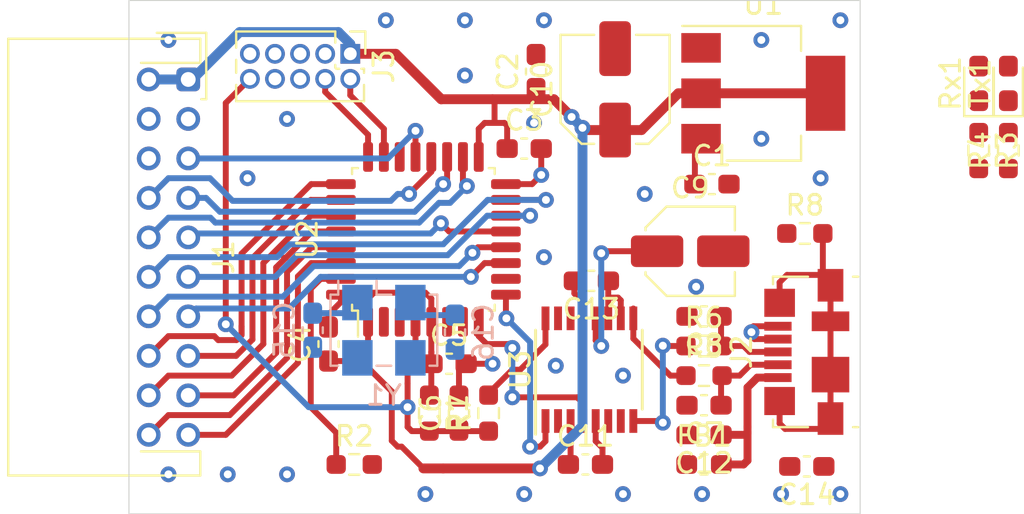
<source format=kicad_pcb>
(kicad_pcb (version 20171130) (host pcbnew "(5.1.7)-1")

  (general
    (thickness 1.6)
    (drawings 4)
    (tracks 325)
    (zones 0)
    (modules 34)
    (nets 40)
  )

  (page A4)
  (layers
    (0 F.Cu signal)
    (31 B.Cu signal)
    (32 B.Adhes user)
    (33 F.Adhes user)
    (34 B.Paste user)
    (35 F.Paste user)
    (36 B.SilkS user)
    (37 F.SilkS user)
    (38 B.Mask user)
    (39 F.Mask user)
    (40 Dwgs.User user)
    (41 Cmts.User user)
    (42 Eco1.User user)
    (43 Eco2.User user)
    (44 Edge.Cuts user)
    (45 Margin user)
    (46 B.CrtYd user)
    (47 F.CrtYd user)
    (48 B.Fab user)
    (49 F.Fab user)
  )

  (setup
    (last_trace_width 0.3)
    (trace_clearance 0.25)
    (zone_clearance 0.3)
    (zone_45_only no)
    (trace_min 0.2)
    (via_size 0.8)
    (via_drill 0.4)
    (via_min_size 0.4)
    (via_min_drill 0.3)
    (uvia_size 0.3)
    (uvia_drill 0.1)
    (uvias_allowed no)
    (uvia_min_size 0.2)
    (uvia_min_drill 0.1)
    (edge_width 0.05)
    (segment_width 0.2)
    (pcb_text_width 0.3)
    (pcb_text_size 1.5 1.5)
    (mod_edge_width 0.12)
    (mod_text_size 1 1)
    (mod_text_width 0.15)
    (pad_size 1.524 1.524)
    (pad_drill 0.762)
    (pad_to_mask_clearance 0)
    (aux_axis_origin 0 0)
    (visible_elements 7FFFFF9F)
    (pcbplotparams
      (layerselection 0x010fc_ffffffff)
      (usegerberextensions false)
      (usegerberattributes true)
      (usegerberadvancedattributes true)
      (creategerberjobfile true)
      (excludeedgelayer true)
      (linewidth 0.100000)
      (plotframeref false)
      (viasonmask false)
      (mode 1)
      (useauxorigin false)
      (hpglpennumber 1)
      (hpglpenspeed 20)
      (hpglpendiameter 15.000000)
      (psnegative false)
      (psa4output false)
      (plotreference true)
      (plotvalue true)
      (plotinvisibletext false)
      (padsonsilk false)
      (subtractmaskfromsilk false)
      (outputformat 1)
      (mirror false)
      (drillshape 1)
      (scaleselection 1)
      (outputdirectory ""))
  )

  (net 0 "")
  (net 1 GND)
  (net 2 "Net-(C1-Pad1)")
  (net 3 +3V3)
  (net 4 /RESET)
  (net 5 "Net-(C7-Pad1)")
  (net 6 "Net-(C8-Pad1)")
  (net 7 SCL1)
  (net 8 SCL2)
  (net 9 SCL3)
  (net 10 SCL4)
  (net 11 SCL5)
  (net 12 LED4)
  (net 13 LED2)
  (net 14 SDA1)
  (net 15 SDA2)
  (net 16 SDA3)
  (net 17 SDA4)
  (net 18 SDA5)
  (net 19 LED5)
  (net 20 LED3)
  (net 21 LED1)
  (net 22 /SYS_SWCLK)
  (net 23 /SYS_SWDIO)
  (net 24 "Net-(R2-Pad2)")
  (net 25 "Net-(R2-Pad1)")
  (net 26 "Net-(R3-Pad2)")
  (net 27 "Net-(R3-Pad1)")
  (net 28 "Net-(R4-Pad2)")
  (net 29 "Net-(R4-Pad1)")
  (net 30 "Net-(R5-Pad1)")
  (net 31 "Net-(R6-Pad1)")
  (net 32 /USART1_Rx)
  (net 33 /USART1_TX)
  (net 34 "Net-(C12-Pad1)")
  (net 35 "Net-(C13-Pad1)")
  (net 36 "Net-(C14-Pad1)")
  (net 37 "Net-(C15-Pad1)")
  (net 38 "Net-(C16-Pad1)")
  (net 39 "Net-(R7-Pad2)")

  (net_class Default "This is the default net class."
    (clearance 0.25)
    (trace_width 0.3)
    (via_dia 0.8)
    (via_drill 0.4)
    (uvia_dia 0.3)
    (uvia_drill 0.1)
    (add_net /RESET)
    (add_net /SYS_SWCLK)
    (add_net /SYS_SWDIO)
    (add_net /USART1_Rx)
    (add_net /USART1_TX)
    (add_net GND)
    (add_net LED1)
    (add_net LED2)
    (add_net LED3)
    (add_net LED4)
    (add_net LED5)
    (add_net "Net-(C1-Pad1)")
    (add_net "Net-(C12-Pad1)")
    (add_net "Net-(C13-Pad1)")
    (add_net "Net-(C14-Pad1)")
    (add_net "Net-(C15-Pad1)")
    (add_net "Net-(C16-Pad1)")
    (add_net "Net-(C7-Pad1)")
    (add_net "Net-(C8-Pad1)")
    (add_net "Net-(R2-Pad1)")
    (add_net "Net-(R2-Pad2)")
    (add_net "Net-(R3-Pad1)")
    (add_net "Net-(R3-Pad2)")
    (add_net "Net-(R4-Pad1)")
    (add_net "Net-(R4-Pad2)")
    (add_net "Net-(R5-Pad1)")
    (add_net "Net-(R6-Pad1)")
    (add_net "Net-(R7-Pad2)")
    (add_net SCL1)
    (add_net SCL2)
    (add_net SCL3)
    (add_net SCL4)
    (add_net SCL5)
    (add_net SDA1)
    (add_net SDA2)
    (add_net SDA3)
    (add_net SDA4)
    (add_net SDA5)
  )

  (net_class 3V3vclass ""
    (clearance 0.25)
    (trace_width 0.5)
    (via_dia 0.8)
    (via_drill 0.4)
    (uvia_dia 0.3)
    (uvia_drill 0.1)
    (add_net +3V3)
  )

  (module Package_QFP:LQFP-32_7x7mm_P0.8mm (layer F.Cu) (tedit 5D9F72AF) (tstamp 5FA784BB)
    (at 125.9 119.1 90)
    (descr "LQFP, 32 Pin (https://www.nxp.com/docs/en/package-information/SOT358-1.pdf), generated with kicad-footprint-generator ipc_gullwing_generator.py")
    (tags "LQFP QFP")
    (path /5FA72949)
    (attr smd)
    (fp_text reference U2 (at 0 -5.88 90) (layer F.SilkS)
      (effects (font (size 1 1) (thickness 0.15)))
    )
    (fp_text value STM32F030K6Tx (at 0 5.88 90) (layer F.Fab)
      (effects (font (size 1 1) (thickness 0.15)))
    )
    (fp_line (start 5.18 3.3) (end 5.18 0) (layer F.CrtYd) (width 0.05))
    (fp_line (start 3.75 3.3) (end 5.18 3.3) (layer F.CrtYd) (width 0.05))
    (fp_line (start 3.75 3.75) (end 3.75 3.3) (layer F.CrtYd) (width 0.05))
    (fp_line (start 3.3 3.75) (end 3.75 3.75) (layer F.CrtYd) (width 0.05))
    (fp_line (start 3.3 5.18) (end 3.3 3.75) (layer F.CrtYd) (width 0.05))
    (fp_line (start 0 5.18) (end 3.3 5.18) (layer F.CrtYd) (width 0.05))
    (fp_line (start -5.18 3.3) (end -5.18 0) (layer F.CrtYd) (width 0.05))
    (fp_line (start -3.75 3.3) (end -5.18 3.3) (layer F.CrtYd) (width 0.05))
    (fp_line (start -3.75 3.75) (end -3.75 3.3) (layer F.CrtYd) (width 0.05))
    (fp_line (start -3.3 3.75) (end -3.75 3.75) (layer F.CrtYd) (width 0.05))
    (fp_line (start -3.3 5.18) (end -3.3 3.75) (layer F.CrtYd) (width 0.05))
    (fp_line (start 0 5.18) (end -3.3 5.18) (layer F.CrtYd) (width 0.05))
    (fp_line (start 5.18 -3.3) (end 5.18 0) (layer F.CrtYd) (width 0.05))
    (fp_line (start 3.75 -3.3) (end 5.18 -3.3) (layer F.CrtYd) (width 0.05))
    (fp_line (start 3.75 -3.75) (end 3.75 -3.3) (layer F.CrtYd) (width 0.05))
    (fp_line (start 3.3 -3.75) (end 3.75 -3.75) (layer F.CrtYd) (width 0.05))
    (fp_line (start 3.3 -5.18) (end 3.3 -3.75) (layer F.CrtYd) (width 0.05))
    (fp_line (start 0 -5.18) (end 3.3 -5.18) (layer F.CrtYd) (width 0.05))
    (fp_line (start -5.18 -3.3) (end -5.18 0) (layer F.CrtYd) (width 0.05))
    (fp_line (start -3.75 -3.3) (end -5.18 -3.3) (layer F.CrtYd) (width 0.05))
    (fp_line (start -3.75 -3.75) (end -3.75 -3.3) (layer F.CrtYd) (width 0.05))
    (fp_line (start -3.3 -3.75) (end -3.75 -3.75) (layer F.CrtYd) (width 0.05))
    (fp_line (start -3.3 -5.18) (end -3.3 -3.75) (layer F.CrtYd) (width 0.05))
    (fp_line (start 0 -5.18) (end -3.3 -5.18) (layer F.CrtYd) (width 0.05))
    (fp_line (start -3.5 -2.5) (end -2.5 -3.5) (layer F.Fab) (width 0.1))
    (fp_line (start -3.5 3.5) (end -3.5 -2.5) (layer F.Fab) (width 0.1))
    (fp_line (start 3.5 3.5) (end -3.5 3.5) (layer F.Fab) (width 0.1))
    (fp_line (start 3.5 -3.5) (end 3.5 3.5) (layer F.Fab) (width 0.1))
    (fp_line (start -2.5 -3.5) (end 3.5 -3.5) (layer F.Fab) (width 0.1))
    (fp_line (start -3.61 -3.31) (end -4.925 -3.31) (layer F.SilkS) (width 0.12))
    (fp_line (start -3.61 -3.61) (end -3.61 -3.31) (layer F.SilkS) (width 0.12))
    (fp_line (start -3.31 -3.61) (end -3.61 -3.61) (layer F.SilkS) (width 0.12))
    (fp_line (start 3.61 -3.61) (end 3.61 -3.31) (layer F.SilkS) (width 0.12))
    (fp_line (start 3.31 -3.61) (end 3.61 -3.61) (layer F.SilkS) (width 0.12))
    (fp_line (start -3.61 3.61) (end -3.61 3.31) (layer F.SilkS) (width 0.12))
    (fp_line (start -3.31 3.61) (end -3.61 3.61) (layer F.SilkS) (width 0.12))
    (fp_line (start 3.61 3.61) (end 3.61 3.31) (layer F.SilkS) (width 0.12))
    (fp_line (start 3.31 3.61) (end 3.61 3.61) (layer F.SilkS) (width 0.12))
    (fp_text user %R (at 0 0 90) (layer F.Fab)
      (effects (font (size 1 1) (thickness 0.15)))
    )
    (pad 32 smd roundrect (at -2.8 -4.175 90) (size 0.5 1.5) (layers F.Cu F.Paste F.Mask) (roundrect_rratio 0.25)
      (net 1 GND))
    (pad 31 smd roundrect (at -2 -4.175 90) (size 0.5 1.5) (layers F.Cu F.Paste F.Mask) (roundrect_rratio 0.25)
      (net 25 "Net-(R2-Pad1)"))
    (pad 30 smd roundrect (at -1.2 -4.175 90) (size 0.5 1.5) (layers F.Cu F.Paste F.Mask) (roundrect_rratio 0.25)
      (net 14 SDA1))
    (pad 29 smd roundrect (at -0.4 -4.175 90) (size 0.5 1.5) (layers F.Cu F.Paste F.Mask) (roundrect_rratio 0.25)
      (net 7 SCL1))
    (pad 28 smd roundrect (at 0.4 -4.175 90) (size 0.5 1.5) (layers F.Cu F.Paste F.Mask) (roundrect_rratio 0.25)
      (net 15 SDA2))
    (pad 27 smd roundrect (at 1.2 -4.175 90) (size 0.5 1.5) (layers F.Cu F.Paste F.Mask) (roundrect_rratio 0.25)
      (net 8 SCL2))
    (pad 26 smd roundrect (at 2 -4.175 90) (size 0.5 1.5) (layers F.Cu F.Paste F.Mask) (roundrect_rratio 0.25)
      (net 16 SDA3))
    (pad 25 smd roundrect (at 2.8 -4.175 90) (size 0.5 1.5) (layers F.Cu F.Paste F.Mask) (roundrect_rratio 0.25)
      (net 9 SCL3))
    (pad 24 smd roundrect (at 4.175 -2.8 90) (size 1.5 0.5) (layers F.Cu F.Paste F.Mask) (roundrect_rratio 0.25)
      (net 22 /SYS_SWCLK))
    (pad 23 smd roundrect (at 4.175 -2 90) (size 1.5 0.5) (layers F.Cu F.Paste F.Mask) (roundrect_rratio 0.25)
      (net 23 /SYS_SWDIO))
    (pad 22 smd roundrect (at 4.175 -1.2 90) (size 1.5 0.5) (layers F.Cu F.Paste F.Mask) (roundrect_rratio 0.25))
    (pad 21 smd roundrect (at 4.175 -0.4 90) (size 1.5 0.5) (layers F.Cu F.Paste F.Mask) (roundrect_rratio 0.25)
      (net 21 LED1))
    (pad 20 smd roundrect (at 4.175 0.4 90) (size 1.5 0.5) (layers F.Cu F.Paste F.Mask) (roundrect_rratio 0.25)
      (net 13 LED2))
    (pad 19 smd roundrect (at 4.175 1.2 90) (size 1.5 0.5) (layers F.Cu F.Paste F.Mask) (roundrect_rratio 0.25)
      (net 20 LED3))
    (pad 18 smd roundrect (at 4.175 2 90) (size 1.5 0.5) (layers F.Cu F.Paste F.Mask) (roundrect_rratio 0.25)
      (net 12 LED4))
    (pad 17 smd roundrect (at 4.175 2.8 90) (size 1.5 0.5) (layers F.Cu F.Paste F.Mask) (roundrect_rratio 0.25)
      (net 3 +3V3))
    (pad 16 smd roundrect (at 2.8 4.175 90) (size 0.5 1.5) (layers F.Cu F.Paste F.Mask) (roundrect_rratio 0.25)
      (net 1 GND))
    (pad 15 smd roundrect (at 2 4.175 90) (size 0.5 1.5) (layers F.Cu F.Paste F.Mask) (roundrect_rratio 0.25)
      (net 11 SCL5))
    (pad 14 smd roundrect (at 1.2 4.175 90) (size 0.5 1.5) (layers F.Cu F.Paste F.Mask) (roundrect_rratio 0.25)
      (net 18 SDA5))
    (pad 13 smd roundrect (at 0.4 4.175 90) (size 0.5 1.5) (layers F.Cu F.Paste F.Mask) (roundrect_rratio 0.25)
      (net 19 LED5))
    (pad 12 smd roundrect (at -0.4 4.175 90) (size 0.5 1.5) (layers F.Cu F.Paste F.Mask) (roundrect_rratio 0.25)
      (net 10 SCL4))
    (pad 11 smd roundrect (at -1.2 4.175 90) (size 0.5 1.5) (layers F.Cu F.Paste F.Mask) (roundrect_rratio 0.25)
      (net 17 SDA4))
    (pad 10 smd roundrect (at -2 4.175 90) (size 0.5 1.5) (layers F.Cu F.Paste F.Mask) (roundrect_rratio 0.25))
    (pad 9 smd roundrect (at -2.8 4.175 90) (size 0.5 1.5) (layers F.Cu F.Paste F.Mask) (roundrect_rratio 0.25)
      (net 32 /USART1_Rx))
    (pad 8 smd roundrect (at -4.175 2.8 90) (size 1.5 0.5) (layers F.Cu F.Paste F.Mask) (roundrect_rratio 0.25)
      (net 33 /USART1_TX))
    (pad 7 smd roundrect (at -4.175 2 90) (size 1.5 0.5) (layers F.Cu F.Paste F.Mask) (roundrect_rratio 0.25))
    (pad 6 smd roundrect (at -4.175 1.2 90) (size 1.5 0.5) (layers F.Cu F.Paste F.Mask) (roundrect_rratio 0.25))
    (pad 5 smd roundrect (at -4.175 0.4 90) (size 1.5 0.5) (layers F.Cu F.Paste F.Mask) (roundrect_rratio 0.25)
      (net 3 +3V3))
    (pad 4 smd roundrect (at -4.175 -0.4 90) (size 1.5 0.5) (layers F.Cu F.Paste F.Mask) (roundrect_rratio 0.25)
      (net 4 /RESET))
    (pad 3 smd roundrect (at -4.175 -1.2 90) (size 1.5 0.5) (layers F.Cu F.Paste F.Mask) (roundrect_rratio 0.25)
      (net 38 "Net-(C16-Pad1)"))
    (pad 2 smd roundrect (at -4.175 -2 90) (size 1.5 0.5) (layers F.Cu F.Paste F.Mask) (roundrect_rratio 0.25)
      (net 37 "Net-(C15-Pad1)"))
    (pad 1 smd roundrect (at -4.175 -2.8 90) (size 1.5 0.5) (layers F.Cu F.Paste F.Mask) (roundrect_rratio 0.25)
      (net 3 +3V3))
    (model ${KISYS3DMOD}/Package_QFP.3dshapes/LQFP-32_7x7mm_P0.8mm.wrl
      (at (xyz 0 0 0))
      (scale (xyz 1 1 1))
      (rotate (xyz 0 0 0))
    )
  )

  (module Resistor_SMD:R_0603_1608Metric_Pad0.98x0.95mm_HandSolder (layer F.Cu) (tedit 5F68FEEE) (tstamp 5FA75F68)
    (at 129.2 127.9 90)
    (descr "Resistor SMD 0603 (1608 Metric), square (rectangular) end terminal, IPC_7351 nominal with elongated pad for handsoldering. (Body size source: IPC-SM-782 page 72, https://www.pcb-3d.com/wordpress/wp-content/uploads/ipc-sm-782a_amendment_1_and_2.pdf), generated with kicad-footprint-generator")
    (tags "resistor handsolder")
    (path /5FC3B6F4)
    (attr smd)
    (fp_text reference R7 (at 0 -1.43 90) (layer F.SilkS)
      (effects (font (size 1 1) (thickness 0.15)))
    )
    (fp_text value 27 (at 0 1.43 90) (layer F.Fab)
      (effects (font (size 1 1) (thickness 0.15)))
    )
    (fp_text user %R (at 0 0 90) (layer F.Fab)
      (effects (font (size 0.4 0.4) (thickness 0.06)))
    )
    (fp_line (start -0.8 0.4125) (end -0.8 -0.4125) (layer F.Fab) (width 0.1))
    (fp_line (start -0.8 -0.4125) (end 0.8 -0.4125) (layer F.Fab) (width 0.1))
    (fp_line (start 0.8 -0.4125) (end 0.8 0.4125) (layer F.Fab) (width 0.1))
    (fp_line (start 0.8 0.4125) (end -0.8 0.4125) (layer F.Fab) (width 0.1))
    (fp_line (start -0.254724 -0.5225) (end 0.254724 -0.5225) (layer F.SilkS) (width 0.12))
    (fp_line (start -0.254724 0.5225) (end 0.254724 0.5225) (layer F.SilkS) (width 0.12))
    (fp_line (start -1.65 0.73) (end -1.65 -0.73) (layer F.CrtYd) (width 0.05))
    (fp_line (start -1.65 -0.73) (end 1.65 -0.73) (layer F.CrtYd) (width 0.05))
    (fp_line (start 1.65 -0.73) (end 1.65 0.73) (layer F.CrtYd) (width 0.05))
    (fp_line (start 1.65 0.73) (end -1.65 0.73) (layer F.CrtYd) (width 0.05))
    (pad 2 smd roundrect (at 0.9125 0 90) (size 0.975 0.95) (layers F.Cu F.Paste F.Mask) (roundrect_rratio 0.25)
      (net 39 "Net-(R7-Pad2)"))
    (pad 1 smd roundrect (at -0.9125 0 90) (size 0.975 0.95) (layers F.Cu F.Paste F.Mask) (roundrect_rratio 0.25)
      (net 4 /RESET))
    (model ${KISYS3DMOD}/Resistor_SMD.3dshapes/R_0603_1608Metric.wrl
      (at (xyz 0 0 0))
      (scale (xyz 1 1 1))
      (rotate (xyz 0 0 0))
    )
  )

  (module Capacitor_SMD:C_0603_1608Metric_Pad1.08x0.95mm_HandSolder (layer F.Cu) (tedit 5F68FEEF) (tstamp 5FA5CD42)
    (at 140.5 116.3)
    (descr "Capacitor SMD 0603 (1608 Metric), square (rectangular) end terminal, IPC_7351 nominal with elongated pad for handsoldering. (Body size source: IPC-SM-782 page 76, https://www.pcb-3d.com/wordpress/wp-content/uploads/ipc-sm-782a_amendment_1_and_2.pdf), generated with kicad-footprint-generator")
    (tags "capacitor handsolder")
    (path /5FB404DB)
    (attr smd)
    (fp_text reference C1 (at 0 -1.43) (layer F.SilkS)
      (effects (font (size 1 1) (thickness 0.15)))
    )
    (fp_text value 100n (at 0 1.43) (layer F.Fab)
      (effects (font (size 1 1) (thickness 0.15)))
    )
    (fp_line (start 1.65 0.73) (end -1.65 0.73) (layer F.CrtYd) (width 0.05))
    (fp_line (start 1.65 -0.73) (end 1.65 0.73) (layer F.CrtYd) (width 0.05))
    (fp_line (start -1.65 -0.73) (end 1.65 -0.73) (layer F.CrtYd) (width 0.05))
    (fp_line (start -1.65 0.73) (end -1.65 -0.73) (layer F.CrtYd) (width 0.05))
    (fp_line (start -0.146267 0.51) (end 0.146267 0.51) (layer F.SilkS) (width 0.12))
    (fp_line (start -0.146267 -0.51) (end 0.146267 -0.51) (layer F.SilkS) (width 0.12))
    (fp_line (start 0.8 0.4) (end -0.8 0.4) (layer F.Fab) (width 0.1))
    (fp_line (start 0.8 -0.4) (end 0.8 0.4) (layer F.Fab) (width 0.1))
    (fp_line (start -0.8 -0.4) (end 0.8 -0.4) (layer F.Fab) (width 0.1))
    (fp_line (start -0.8 0.4) (end -0.8 -0.4) (layer F.Fab) (width 0.1))
    (fp_text user %R (at 0 0) (layer F.Fab)
      (effects (font (size 0.4 0.4) (thickness 0.06)))
    )
    (pad 2 smd roundrect (at 0.8625 0) (size 1.075 0.95) (layers F.Cu F.Paste F.Mask) (roundrect_rratio 0.25)
      (net 1 GND))
    (pad 1 smd roundrect (at -0.8625 0) (size 1.075 0.95) (layers F.Cu F.Paste F.Mask) (roundrect_rratio 0.25)
      (net 2 "Net-(C1-Pad1)"))
    (model ${KISYS3DMOD}/Capacitor_SMD.3dshapes/C_0603_1608Metric.wrl
      (at (xyz 0 0 0))
      (scale (xyz 1 1 1))
      (rotate (xyz 0 0 0))
    )
  )

  (module Connector_PinHeader_1.27mm:PinHeader_2x05_P1.27mm_Vertical (layer F.Cu) (tedit 59FED6E3) (tstamp 5FA5CE28)
    (at 122.2 109.7 270)
    (descr "Through hole straight pin header, 2x05, 1.27mm pitch, double rows")
    (tags "Through hole pin header THT 2x05 1.27mm double row")
    (path /5FA87BB2)
    (fp_text reference J3 (at 0.635 -1.695 90) (layer F.SilkS)
      (effects (font (size 1 1) (thickness 0.15)))
    )
    (fp_text value Conn_ARM_JTAG_SWD_10 (at 0.635 6.775 90) (layer F.Fab)
      (effects (font (size 1 1) (thickness 0.15)))
    )
    (fp_text user %R (at 0.635 2.54) (layer F.Fab)
      (effects (font (size 1 1) (thickness 0.15)))
    )
    (fp_line (start -0.2175 -0.635) (end 2.34 -0.635) (layer F.Fab) (width 0.1))
    (fp_line (start 2.34 -0.635) (end 2.34 5.715) (layer F.Fab) (width 0.1))
    (fp_line (start 2.34 5.715) (end -1.07 5.715) (layer F.Fab) (width 0.1))
    (fp_line (start -1.07 5.715) (end -1.07 0.2175) (layer F.Fab) (width 0.1))
    (fp_line (start -1.07 0.2175) (end -0.2175 -0.635) (layer F.Fab) (width 0.1))
    (fp_line (start -1.13 5.775) (end -0.30753 5.775) (layer F.SilkS) (width 0.12))
    (fp_line (start 1.57753 5.775) (end 2.4 5.775) (layer F.SilkS) (width 0.12))
    (fp_line (start 0.30753 5.775) (end 0.96247 5.775) (layer F.SilkS) (width 0.12))
    (fp_line (start -1.13 0.76) (end -1.13 5.775) (layer F.SilkS) (width 0.12))
    (fp_line (start 2.4 -0.695) (end 2.4 5.775) (layer F.SilkS) (width 0.12))
    (fp_line (start -1.13 0.76) (end -0.563471 0.76) (layer F.SilkS) (width 0.12))
    (fp_line (start 0.563471 0.76) (end 0.706529 0.76) (layer F.SilkS) (width 0.12))
    (fp_line (start 0.76 0.706529) (end 0.76 0.563471) (layer F.SilkS) (width 0.12))
    (fp_line (start 0.76 -0.563471) (end 0.76 -0.695) (layer F.SilkS) (width 0.12))
    (fp_line (start 0.76 -0.695) (end 0.96247 -0.695) (layer F.SilkS) (width 0.12))
    (fp_line (start 1.57753 -0.695) (end 2.4 -0.695) (layer F.SilkS) (width 0.12))
    (fp_line (start -1.13 0) (end -1.13 -0.76) (layer F.SilkS) (width 0.12))
    (fp_line (start -1.13 -0.76) (end 0 -0.76) (layer F.SilkS) (width 0.12))
    (fp_line (start -1.6 -1.15) (end -1.6 6.25) (layer F.CrtYd) (width 0.05))
    (fp_line (start -1.6 6.25) (end 2.85 6.25) (layer F.CrtYd) (width 0.05))
    (fp_line (start 2.85 6.25) (end 2.85 -1.15) (layer F.CrtYd) (width 0.05))
    (fp_line (start 2.85 -1.15) (end -1.6 -1.15) (layer F.CrtYd) (width 0.05))
    (pad 10 thru_hole oval (at 1.27 5.08 270) (size 1 1) (drill 0.65) (layers *.Cu *.Mask)
      (net 4 /RESET))
    (pad 9 thru_hole oval (at 0 5.08 270) (size 1 1) (drill 0.65) (layers *.Cu *.Mask)
      (net 1 GND))
    (pad 8 thru_hole oval (at 1.27 3.81 270) (size 1 1) (drill 0.65) (layers *.Cu *.Mask))
    (pad 7 thru_hole oval (at 0 3.81 270) (size 1 1) (drill 0.65) (layers *.Cu *.Mask))
    (pad 6 thru_hole oval (at 1.27 2.54 270) (size 1 1) (drill 0.65) (layers *.Cu *.Mask))
    (pad 5 thru_hole oval (at 0 2.54 270) (size 1 1) (drill 0.65) (layers *.Cu *.Mask)
      (net 1 GND))
    (pad 4 thru_hole oval (at 1.27 1.27 270) (size 1 1) (drill 0.65) (layers *.Cu *.Mask)
      (net 22 /SYS_SWCLK))
    (pad 3 thru_hole oval (at 0 1.27 270) (size 1 1) (drill 0.65) (layers *.Cu *.Mask)
      (net 1 GND))
    (pad 2 thru_hole oval (at 1.27 0 270) (size 1 1) (drill 0.65) (layers *.Cu *.Mask)
      (net 23 /SYS_SWDIO))
    (pad 1 thru_hole rect (at 0 0 270) (size 1 1) (drill 0.65) (layers *.Cu *.Mask)
      (net 3 +3V3))
    (model ${KISYS3DMOD}/Connector_PinHeader_1.27mm.3dshapes/PinHeader_2x05_P1.27mm_Vertical.wrl
      (at (xyz 0 0 0))
      (scale (xyz 1 1 1))
      (rotate (xyz 0 0 0))
    )
  )

  (module Oscillator:Oscillator_SMD_TXC_7C-4Pin_5.0x3.2mm_HandSoldering (layer B.Cu) (tedit 58CD3345) (tstamp 5FA760AB)
    (at 123.9 123.7)
    (descr "Miniature Crystal Clock Oscillator TXC 7C series, http://www.txccorp.com/download/products/osc/7C_o.pdf, hand-soldering, 5.0x3.2mm^2 package")
    (tags "SMD SMT crystal oscillator hand-soldering")
    (path /5FC48987)
    (attr smd)
    (fp_text reference Y1 (at 0 3.3) (layer B.SilkS)
      (effects (font (size 1 1) (thickness 0.15)) (justify mirror))
    )
    (fp_text value 8MHz (at 0 -3.3) (layer B.Fab)
      (effects (font (size 1 1) (thickness 0.15)) (justify mirror))
    )
    (fp_text user %R (at 0 0) (layer B.Fab)
      (effects (font (size 1 1) (thickness 0.15)) (justify mirror))
    )
    (fp_line (start -2.3 1.6) (end 2.3 1.6) (layer B.Fab) (width 0.1))
    (fp_line (start 2.3 1.6) (end 2.5 1.4) (layer B.Fab) (width 0.1))
    (fp_line (start 2.5 1.4) (end 2.5 -1.4) (layer B.Fab) (width 0.1))
    (fp_line (start 2.5 -1.4) (end 2.3 -1.6) (layer B.Fab) (width 0.1))
    (fp_line (start 2.3 -1.6) (end -2.3 -1.6) (layer B.Fab) (width 0.1))
    (fp_line (start -2.3 -1.6) (end -2.5 -1.4) (layer B.Fab) (width 0.1))
    (fp_line (start -2.5 -1.4) (end -2.5 1.4) (layer B.Fab) (width 0.1))
    (fp_line (start -2.5 1.4) (end -2.3 1.6) (layer B.Fab) (width 0.1))
    (fp_line (start -2.5 -0.6) (end -1.5 -1.6) (layer B.Fab) (width 0.1))
    (fp_line (start 2.31 1.8) (end 2.7 1.8) (layer B.SilkS) (width 0.12))
    (fp_line (start 2.7 1.8) (end 2.7 -1.8) (layer B.SilkS) (width 0.12))
    (fp_line (start 2.7 -1.8) (end 2.31 -1.8) (layer B.SilkS) (width 0.12))
    (fp_line (start -0.37 1.8) (end 0.37 1.8) (layer B.SilkS) (width 0.12))
    (fp_line (start -2.31 -2.5) (end -2.31 -1.8) (layer B.SilkS) (width 0.12))
    (fp_line (start -2.31 -1.8) (end -2.7 -1.8) (layer B.SilkS) (width 0.12))
    (fp_line (start -2.7 -1.8) (end -2.7 1.8) (layer B.SilkS) (width 0.12))
    (fp_line (start -2.7 1.8) (end -2.31 1.8) (layer B.SilkS) (width 0.12))
    (fp_line (start 0.37 -1.8) (end -0.37 -1.8) (layer B.SilkS) (width 0.12))
    (fp_line (start -0.37 -1.8) (end -0.37 -2.5) (layer B.SilkS) (width 0.12))
    (fp_line (start -2.8 2.6) (end -2.8 -2.6) (layer B.CrtYd) (width 0.05))
    (fp_line (start -2.8 -2.6) (end 2.8 -2.6) (layer B.CrtYd) (width 0.05))
    (fp_line (start 2.8 -2.6) (end 2.8 2.6) (layer B.CrtYd) (width 0.05))
    (fp_line (start 2.8 2.6) (end -2.8 2.6) (layer B.CrtYd) (width 0.05))
    (fp_circle (center 0 0) (end 0.5 0) (layer B.Adhes) (width 0.1))
    (fp_circle (center 0 0) (end 0.416667 0) (layer B.Adhes) (width 0.166667))
    (fp_circle (center 0 0) (end 0.266667 0) (layer B.Adhes) (width 0.166667))
    (fp_circle (center 0 0) (end 0.116667 0) (layer B.Adhes) (width 0.233333))
    (pad 4 smd rect (at -1.34 1.4) (size 1.54 1.8) (layers B.Cu B.Paste B.Mask)
      (net 1 GND))
    (pad 3 smd rect (at 1.34 1.4) (size 1.54 1.8) (layers B.Cu B.Paste B.Mask)
      (net 38 "Net-(C16-Pad1)"))
    (pad 2 smd rect (at 1.34 -1.4) (size 1.54 1.8) (layers B.Cu B.Paste B.Mask)
      (net 1 GND))
    (pad 1 smd rect (at -1.34 -1.4) (size 1.54 1.8) (layers B.Cu B.Paste B.Mask)
      (net 37 "Net-(C15-Pad1)"))
    (model ${KISYS3DMOD}/Oscillator.3dshapes/Oscillator_SMD_TXC_7C-4Pin_5.0x3.2mm_HandSoldering.wrl
      (at (xyz 0 0 0))
      (scale (xyz 1 1 1))
      (rotate (xyz 0 0 0))
    )
  )

  (module Package_TO_SOT_SMD:SOT-223-3_TabPin2 (layer F.Cu) (tedit 5A02FF57) (tstamp 5FA75FB5)
    (at 143.1 111.7)
    (descr "module CMS SOT223 4 pins")
    (tags "CMS SOT")
    (path /5FC1F36E)
    (attr smd)
    (fp_text reference U1 (at 0 -4.5) (layer F.SilkS)
      (effects (font (size 1 1) (thickness 0.15)))
    )
    (fp_text value TLV1117-33 (at 0 4.5) (layer F.Fab)
      (effects (font (size 1 1) (thickness 0.15)))
    )
    (fp_text user %R (at 0 0 90) (layer F.Fab)
      (effects (font (size 0.8 0.8) (thickness 0.12)))
    )
    (fp_line (start 1.91 3.41) (end 1.91 2.15) (layer F.SilkS) (width 0.12))
    (fp_line (start 1.91 -3.41) (end 1.91 -2.15) (layer F.SilkS) (width 0.12))
    (fp_line (start 4.4 -3.6) (end -4.4 -3.6) (layer F.CrtYd) (width 0.05))
    (fp_line (start 4.4 3.6) (end 4.4 -3.6) (layer F.CrtYd) (width 0.05))
    (fp_line (start -4.4 3.6) (end 4.4 3.6) (layer F.CrtYd) (width 0.05))
    (fp_line (start -4.4 -3.6) (end -4.4 3.6) (layer F.CrtYd) (width 0.05))
    (fp_line (start -1.85 -2.35) (end -0.85 -3.35) (layer F.Fab) (width 0.1))
    (fp_line (start -1.85 -2.35) (end -1.85 3.35) (layer F.Fab) (width 0.1))
    (fp_line (start -1.85 3.41) (end 1.91 3.41) (layer F.SilkS) (width 0.12))
    (fp_line (start -0.85 -3.35) (end 1.85 -3.35) (layer F.Fab) (width 0.1))
    (fp_line (start -4.1 -3.41) (end 1.91 -3.41) (layer F.SilkS) (width 0.12))
    (fp_line (start -1.85 3.35) (end 1.85 3.35) (layer F.Fab) (width 0.1))
    (fp_line (start 1.85 -3.35) (end 1.85 3.35) (layer F.Fab) (width 0.1))
    (pad 1 smd rect (at -3.15 -2.3) (size 2 1.5) (layers F.Cu F.Paste F.Mask)
      (net 1 GND))
    (pad 3 smd rect (at -3.15 2.3) (size 2 1.5) (layers F.Cu F.Paste F.Mask)
      (net 2 "Net-(C1-Pad1)"))
    (pad 2 smd rect (at -3.15 0) (size 2 1.5) (layers F.Cu F.Paste F.Mask)
      (net 3 +3V3))
    (pad 2 smd rect (at 3.15 0) (size 2 3.8) (layers F.Cu F.Paste F.Mask)
      (net 3 +3V3))
    (model ${KISYS3DMOD}/Package_TO_SOT_SMD.3dshapes/SOT-223.wrl
      (at (xyz 0 0 0))
      (scale (xyz 1 1 1))
      (rotate (xyz 0 0 0))
    )
  )

  (module LED_SMD:LED_0603_1608Metric_Pad1.05x0.95mm_HandSolder (layer F.Cu) (tedit 5F68FEF1) (tstamp 5FA75F9F)
    (at 155.5 111.2 90)
    (descr "LED SMD 0603 (1608 Metric), square (rectangular) end terminal, IPC_7351 nominal, (Body size source: http://www.tortai-tech.com/upload/download/2011102023233369053.pdf), generated with kicad-footprint-generator")
    (tags "LED handsolder")
    (path /5FB22B58)
    (attr smd)
    (fp_text reference Tx1 (at 0 -1.43 90) (layer F.SilkS)
      (effects (font (size 1 1) (thickness 0.15)))
    )
    (fp_text value LED (at 0 1.43 90) (layer F.Fab)
      (effects (font (size 1 1) (thickness 0.15)))
    )
    (fp_text user %R (at 0 0 90) (layer F.Fab)
      (effects (font (size 0.4 0.4) (thickness 0.06)))
    )
    (fp_line (start 0.8 -0.4) (end -0.5 -0.4) (layer F.Fab) (width 0.1))
    (fp_line (start -0.5 -0.4) (end -0.8 -0.1) (layer F.Fab) (width 0.1))
    (fp_line (start -0.8 -0.1) (end -0.8 0.4) (layer F.Fab) (width 0.1))
    (fp_line (start -0.8 0.4) (end 0.8 0.4) (layer F.Fab) (width 0.1))
    (fp_line (start 0.8 0.4) (end 0.8 -0.4) (layer F.Fab) (width 0.1))
    (fp_line (start 0.8 -0.735) (end -1.66 -0.735) (layer F.SilkS) (width 0.12))
    (fp_line (start -1.66 -0.735) (end -1.66 0.735) (layer F.SilkS) (width 0.12))
    (fp_line (start -1.66 0.735) (end 0.8 0.735) (layer F.SilkS) (width 0.12))
    (fp_line (start -1.65 0.73) (end -1.65 -0.73) (layer F.CrtYd) (width 0.05))
    (fp_line (start -1.65 -0.73) (end 1.65 -0.73) (layer F.CrtYd) (width 0.05))
    (fp_line (start 1.65 -0.73) (end 1.65 0.73) (layer F.CrtYd) (width 0.05))
    (fp_line (start 1.65 0.73) (end -1.65 0.73) (layer F.CrtYd) (width 0.05))
    (pad 2 smd roundrect (at 0.875 0 90) (size 1.05 0.95) (layers F.Cu F.Paste F.Mask) (roundrect_rratio 0.25)
      (net 3 +3V3))
    (pad 1 smd roundrect (at -0.875 0 90) (size 1.05 0.95) (layers F.Cu F.Paste F.Mask) (roundrect_rratio 0.25)
      (net 29 "Net-(R4-Pad1)"))
    (model ${KISYS3DMOD}/LED_SMD.3dshapes/LED_0603_1608Metric.wrl
      (at (xyz 0 0 0))
      (scale (xyz 1 1 1))
      (rotate (xyz 0 0 0))
    )
  )

  (module LED_SMD:LED_0603_1608Metric_Pad1.05x0.95mm_HandSolder (layer F.Cu) (tedit 5F68FEF1) (tstamp 5FA75F8C)
    (at 154 111.2 90)
    (descr "LED SMD 0603 (1608 Metric), square (rectangular) end terminal, IPC_7351 nominal, (Body size source: http://www.tortai-tech.com/upload/download/2011102023233369053.pdf), generated with kicad-footprint-generator")
    (tags "LED handsolder")
    (path /5FB1B0EC)
    (attr smd)
    (fp_text reference Rx1 (at 0 -1.43 90) (layer F.SilkS)
      (effects (font (size 1 1) (thickness 0.15)))
    )
    (fp_text value LED (at 0 1.43 90) (layer F.Fab)
      (effects (font (size 1 1) (thickness 0.15)))
    )
    (fp_text user %R (at 0 0 90) (layer F.Fab)
      (effects (font (size 0.4 0.4) (thickness 0.06)))
    )
    (fp_line (start 0.8 -0.4) (end -0.5 -0.4) (layer F.Fab) (width 0.1))
    (fp_line (start -0.5 -0.4) (end -0.8 -0.1) (layer F.Fab) (width 0.1))
    (fp_line (start -0.8 -0.1) (end -0.8 0.4) (layer F.Fab) (width 0.1))
    (fp_line (start -0.8 0.4) (end 0.8 0.4) (layer F.Fab) (width 0.1))
    (fp_line (start 0.8 0.4) (end 0.8 -0.4) (layer F.Fab) (width 0.1))
    (fp_line (start 0.8 -0.735) (end -1.66 -0.735) (layer F.SilkS) (width 0.12))
    (fp_line (start -1.66 -0.735) (end -1.66 0.735) (layer F.SilkS) (width 0.12))
    (fp_line (start -1.66 0.735) (end 0.8 0.735) (layer F.SilkS) (width 0.12))
    (fp_line (start -1.65 0.73) (end -1.65 -0.73) (layer F.CrtYd) (width 0.05))
    (fp_line (start -1.65 -0.73) (end 1.65 -0.73) (layer F.CrtYd) (width 0.05))
    (fp_line (start 1.65 -0.73) (end 1.65 0.73) (layer F.CrtYd) (width 0.05))
    (fp_line (start 1.65 0.73) (end -1.65 0.73) (layer F.CrtYd) (width 0.05))
    (pad 2 smd roundrect (at 0.875 0 90) (size 1.05 0.95) (layers F.Cu F.Paste F.Mask) (roundrect_rratio 0.25)
      (net 3 +3V3))
    (pad 1 smd roundrect (at -0.875 0 90) (size 1.05 0.95) (layers F.Cu F.Paste F.Mask) (roundrect_rratio 0.25)
      (net 27 "Net-(R3-Pad1)"))
    (model ${KISYS3DMOD}/LED_SMD.3dshapes/LED_0603_1608Metric.wrl
      (at (xyz 0 0 0))
      (scale (xyz 1 1 1))
      (rotate (xyz 0 0 0))
    )
  )

  (module Resistor_SMD:R_0603_1608Metric_Pad0.98x0.95mm_HandSolder (layer F.Cu) (tedit 5F68FEEE) (tstamp 5FA75F79)
    (at 145.2 118.8)
    (descr "Resistor SMD 0603 (1608 Metric), square (rectangular) end terminal, IPC_7351 nominal with elongated pad for handsoldering. (Body size source: IPC-SM-782 page 72, https://www.pcb-3d.com/wordpress/wp-content/uploads/ipc-sm-782a_amendment_1_and_2.pdf), generated with kicad-footprint-generator")
    (tags "resistor handsolder")
    (path /5FC0F393)
    (attr smd)
    (fp_text reference R8 (at 0 -1.43) (layer F.SilkS)
      (effects (font (size 1 1) (thickness 0.15)))
    )
    (fp_text value 1Meg (at 0 1.43) (layer F.Fab)
      (effects (font (size 1 1) (thickness 0.15)))
    )
    (fp_text user %R (at 0 0) (layer F.Fab)
      (effects (font (size 0.4 0.4) (thickness 0.06)))
    )
    (fp_line (start -0.8 0.4125) (end -0.8 -0.4125) (layer F.Fab) (width 0.1))
    (fp_line (start -0.8 -0.4125) (end 0.8 -0.4125) (layer F.Fab) (width 0.1))
    (fp_line (start 0.8 -0.4125) (end 0.8 0.4125) (layer F.Fab) (width 0.1))
    (fp_line (start 0.8 0.4125) (end -0.8 0.4125) (layer F.Fab) (width 0.1))
    (fp_line (start -0.254724 -0.5225) (end 0.254724 -0.5225) (layer F.SilkS) (width 0.12))
    (fp_line (start -0.254724 0.5225) (end 0.254724 0.5225) (layer F.SilkS) (width 0.12))
    (fp_line (start -1.65 0.73) (end -1.65 -0.73) (layer F.CrtYd) (width 0.05))
    (fp_line (start -1.65 -0.73) (end 1.65 -0.73) (layer F.CrtYd) (width 0.05))
    (fp_line (start 1.65 -0.73) (end 1.65 0.73) (layer F.CrtYd) (width 0.05))
    (fp_line (start 1.65 0.73) (end -1.65 0.73) (layer F.CrtYd) (width 0.05))
    (pad 2 smd roundrect (at 0.9125 0) (size 0.975 0.95) (layers F.Cu F.Paste F.Mask) (roundrect_rratio 0.25)
      (net 36 "Net-(C14-Pad1)"))
    (pad 1 smd roundrect (at -0.9125 0) (size 0.975 0.95) (layers F.Cu F.Paste F.Mask) (roundrect_rratio 0.25)
      (net 1 GND))
    (model ${KISYS3DMOD}/Resistor_SMD.3dshapes/R_0603_1608Metric.wrl
      (at (xyz 0 0 0))
      (scale (xyz 1 1 1))
      (rotate (xyz 0 0 0))
    )
  )

  (module Connector_USB:USB_Micro-B_Molex_47346-0001 (layer F.Cu) (tedit 5D8620A7) (tstamp 5FA75E1F)
    (at 145.3 124.8 90)
    (descr "Micro USB B receptable with flange, bottom-mount, SMD, right-angle (http://www.molex.com/pdm_docs/sd/473460001_sd.pdf)")
    (tags "Micro B USB SMD")
    (path /5FAD04CF)
    (attr smd)
    (fp_text reference J2 (at 0 -3.3 270) (layer F.SilkS)
      (effects (font (size 1 1) (thickness 0.15)))
    )
    (fp_text value USB_B_Mini (at 0 4.6 270) (layer F.Fab)
      (effects (font (size 1 1) (thickness 0.15)))
    )
    (fp_text user %R (at -0.1 1.4 90) (layer F.Fab)
      (effects (font (size 1 1) (thickness 0.15)))
    )
    (fp_text user "PCB Edge" (at 0 2.67 270) (layer Dwgs.User)
      (effects (font (size 0.4 0.4) (thickness 0.04)))
    )
    (fp_line (start 3.81 -1.71) (end 3.43 -1.71) (layer F.SilkS) (width 0.12))
    (fp_line (start 4.7 3.85) (end -4.7 3.85) (layer F.CrtYd) (width 0.05))
    (fp_line (start 4.7 -2.65) (end 4.7 3.85) (layer F.CrtYd) (width 0.05))
    (fp_line (start -4.7 -2.65) (end 4.7 -2.65) (layer F.CrtYd) (width 0.05))
    (fp_line (start -4.7 3.85) (end -4.7 -2.65) (layer F.CrtYd) (width 0.05))
    (fp_line (start 3.75 3.35) (end -3.75 3.35) (layer F.Fab) (width 0.1))
    (fp_line (start 3.75 -1.65) (end 3.75 3.35) (layer F.Fab) (width 0.1))
    (fp_line (start -3.75 -1.65) (end 3.75 -1.65) (layer F.Fab) (width 0.1))
    (fp_line (start -3.75 3.35) (end -3.75 -1.65) (layer F.Fab) (width 0.1))
    (fp_line (start 3.81 2.34) (end 3.81 2.6) (layer F.SilkS) (width 0.12))
    (fp_line (start 3.81 -1.71) (end 3.81 0.06) (layer F.SilkS) (width 0.12))
    (fp_line (start -3.81 -1.71) (end -3.43 -1.71) (layer F.SilkS) (width 0.12))
    (fp_line (start -3.81 0.06) (end -3.81 -1.71) (layer F.SilkS) (width 0.12))
    (fp_line (start -3.81 2.6) (end -3.81 2.34) (layer F.SilkS) (width 0.12))
    (fp_line (start -3.25 2.65) (end 3.25 2.65) (layer F.Fab) (width 0.1))
    (pad 6 smd rect (at 1.55 1.2 90) (size 1 1.9) (layers F.Cu F.Paste F.Mask)
      (net 36 "Net-(C14-Pad1)"))
    (pad 6 smd rect (at -1.15 1.2 90) (size 1.8 1.9) (layers F.Cu F.Paste F.Mask)
      (net 36 "Net-(C14-Pad1)"))
    (pad 6 smd rect (at 3.375 1.2 90) (size 1.65 1.3) (layers F.Cu F.Paste F.Mask)
      (net 36 "Net-(C14-Pad1)"))
    (pad 6 smd rect (at -3.375 1.2 90) (size 1.65 1.3) (layers F.Cu F.Paste F.Mask)
      (net 36 "Net-(C14-Pad1)"))
    (pad 6 smd rect (at 2.4875 -1.375 90) (size 1.425 1.55) (layers F.Cu F.Paste F.Mask)
      (net 36 "Net-(C14-Pad1)"))
    (pad 6 smd rect (at -2.4875 -1.375 90) (size 1.425 1.55) (layers F.Cu F.Paste F.Mask)
      (net 36 "Net-(C14-Pad1)"))
    (pad 5 smd rect (at 1.3 -1.46 90) (size 0.45 1.38) (layers F.Cu F.Paste F.Mask)
      (net 1 GND))
    (pad 4 smd rect (at 0.65 -1.46 90) (size 0.45 1.38) (layers F.Cu F.Paste F.Mask)
      (net 1 GND))
    (pad 3 smd rect (at 0 -1.46 90) (size 0.45 1.38) (layers F.Cu F.Paste F.Mask)
      (net 6 "Net-(C8-Pad1)"))
    (pad 2 smd rect (at -0.65 -1.46 90) (size 0.45 1.38) (layers F.Cu F.Paste F.Mask)
      (net 5 "Net-(C7-Pad1)"))
    (pad 1 smd rect (at -1.3 -1.46 90) (size 0.45 1.38) (layers F.Cu F.Paste F.Mask)
      (net 34 "Net-(C12-Pad1)"))
    (model ${KISYS3DMOD}/Connector_USB.3dshapes/USB_Micro-B_Molex_47346-0001.wrl
      (at (xyz 0 0 0))
      (scale (xyz 1 1 1))
      (rotate (xyz 0 0 0))
    )
  )

  (module Inductor_SMD:L_0603_1608Metric_Pad1.05x0.95mm_HandSolder (layer F.Cu) (tedit 5F68FEF0) (tstamp 5FA75D9D)
    (at 140.1 130.5)
    (descr "Inductor SMD 0603 (1608 Metric), square (rectangular) end terminal, IPC_7351 nominal with elongated pad for handsoldering. (Body size source: http://www.tortai-tech.com/upload/download/2011102023233369053.pdf), generated with kicad-footprint-generator")
    (tags "inductor handsolder")
    (path /5FB2E31C)
    (attr smd)
    (fp_text reference FB1 (at 0 -1.43) (layer F.SilkS)
      (effects (font (size 1 1) (thickness 0.15)))
    )
    (fp_text value Ferrite_Bead_Small (at 0 1.43) (layer F.Fab)
      (effects (font (size 1 1) (thickness 0.15)))
    )
    (fp_text user %R (at 0 0) (layer F.Fab)
      (effects (font (size 0.4 0.4) (thickness 0.06)))
    )
    (fp_line (start -0.8 0.4) (end -0.8 -0.4) (layer F.Fab) (width 0.1))
    (fp_line (start -0.8 -0.4) (end 0.8 -0.4) (layer F.Fab) (width 0.1))
    (fp_line (start 0.8 -0.4) (end 0.8 0.4) (layer F.Fab) (width 0.1))
    (fp_line (start 0.8 0.4) (end -0.8 0.4) (layer F.Fab) (width 0.1))
    (fp_line (start -0.171267 -0.51) (end 0.171267 -0.51) (layer F.SilkS) (width 0.12))
    (fp_line (start -0.171267 0.51) (end 0.171267 0.51) (layer F.SilkS) (width 0.12))
    (fp_line (start -1.65 0.73) (end -1.65 -0.73) (layer F.CrtYd) (width 0.05))
    (fp_line (start -1.65 -0.73) (end 1.65 -0.73) (layer F.CrtYd) (width 0.05))
    (fp_line (start 1.65 -0.73) (end 1.65 0.73) (layer F.CrtYd) (width 0.05))
    (fp_line (start 1.65 0.73) (end -1.65 0.73) (layer F.CrtYd) (width 0.05))
    (pad 2 smd roundrect (at 0.875 0) (size 1.05 0.95) (layers F.Cu F.Paste F.Mask) (roundrect_rratio 0.25)
      (net 34 "Net-(C12-Pad1)"))
    (pad 1 smd roundrect (at -0.875 0) (size 1.05 0.95) (layers F.Cu F.Paste F.Mask) (roundrect_rratio 0.25)
      (net 2 "Net-(C1-Pad1)"))
    (model ${KISYS3DMOD}/Inductor_SMD.3dshapes/L_0603_1608Metric.wrl
      (at (xyz 0 0 0))
      (scale (xyz 1 1 1))
      (rotate (xyz 0 0 0))
    )
  )

  (module Capacitor_SMD:C_0603_1608Metric_Pad1.08x0.95mm_HandSolder (layer B.Cu) (tedit 5F68FEEF) (tstamp 5FA75D8C)
    (at 127.5 123.8 90)
    (descr "Capacitor SMD 0603 (1608 Metric), square (rectangular) end terminal, IPC_7351 nominal with elongated pad for handsoldering. (Body size source: IPC-SM-782 page 76, https://www.pcb-3d.com/wordpress/wp-content/uploads/ipc-sm-782a_amendment_1_and_2.pdf), generated with kicad-footprint-generator")
    (tags "capacitor handsolder")
    (path /5FC4FA2C)
    (attr smd)
    (fp_text reference C16 (at 0 1.43 -90) (layer B.SilkS)
      (effects (font (size 1 1) (thickness 0.15)) (justify mirror))
    )
    (fp_text value 10p (at 0 -1.43 -90) (layer B.Fab)
      (effects (font (size 1 1) (thickness 0.15)) (justify mirror))
    )
    (fp_text user %R (at 0 0 -90) (layer B.Fab)
      (effects (font (size 0.4 0.4) (thickness 0.06)) (justify mirror))
    )
    (fp_line (start -0.8 -0.4) (end -0.8 0.4) (layer B.Fab) (width 0.1))
    (fp_line (start -0.8 0.4) (end 0.8 0.4) (layer B.Fab) (width 0.1))
    (fp_line (start 0.8 0.4) (end 0.8 -0.4) (layer B.Fab) (width 0.1))
    (fp_line (start 0.8 -0.4) (end -0.8 -0.4) (layer B.Fab) (width 0.1))
    (fp_line (start -0.146267 0.51) (end 0.146267 0.51) (layer B.SilkS) (width 0.12))
    (fp_line (start -0.146267 -0.51) (end 0.146267 -0.51) (layer B.SilkS) (width 0.12))
    (fp_line (start -1.65 -0.73) (end -1.65 0.73) (layer B.CrtYd) (width 0.05))
    (fp_line (start -1.65 0.73) (end 1.65 0.73) (layer B.CrtYd) (width 0.05))
    (fp_line (start 1.65 0.73) (end 1.65 -0.73) (layer B.CrtYd) (width 0.05))
    (fp_line (start 1.65 -0.73) (end -1.65 -0.73) (layer B.CrtYd) (width 0.05))
    (pad 2 smd roundrect (at 0.8625 0 90) (size 1.075 0.95) (layers B.Cu B.Paste B.Mask) (roundrect_rratio 0.25)
      (net 1 GND))
    (pad 1 smd roundrect (at -0.8625 0 90) (size 1.075 0.95) (layers B.Cu B.Paste B.Mask) (roundrect_rratio 0.25)
      (net 38 "Net-(C16-Pad1)"))
    (model ${KISYS3DMOD}/Capacitor_SMD.3dshapes/C_0603_1608Metric.wrl
      (at (xyz 0 0 0))
      (scale (xyz 1 1 1))
      (rotate (xyz 0 0 0))
    )
  )

  (module Capacitor_SMD:C_0603_1608Metric_Pad1.08x0.95mm_HandSolder (layer B.Cu) (tedit 5F68FEEF) (tstamp 5FA75D7B)
    (at 120.3 123.7 270)
    (descr "Capacitor SMD 0603 (1608 Metric), square (rectangular) end terminal, IPC_7351 nominal with elongated pad for handsoldering. (Body size source: IPC-SM-782 page 76, https://www.pcb-3d.com/wordpress/wp-content/uploads/ipc-sm-782a_amendment_1_and_2.pdf), generated with kicad-footprint-generator")
    (tags "capacitor handsolder")
    (path /5FC4EB6E)
    (attr smd)
    (fp_text reference C15 (at 0 1.43 270) (layer B.SilkS)
      (effects (font (size 1 1) (thickness 0.15)) (justify mirror))
    )
    (fp_text value 10p (at 0 -1.43 270) (layer B.Fab)
      (effects (font (size 1 1) (thickness 0.15)) (justify mirror))
    )
    (fp_text user %R (at 0 0 270) (layer B.Fab)
      (effects (font (size 0.4 0.4) (thickness 0.06)) (justify mirror))
    )
    (fp_line (start -0.8 -0.4) (end -0.8 0.4) (layer B.Fab) (width 0.1))
    (fp_line (start -0.8 0.4) (end 0.8 0.4) (layer B.Fab) (width 0.1))
    (fp_line (start 0.8 0.4) (end 0.8 -0.4) (layer B.Fab) (width 0.1))
    (fp_line (start 0.8 -0.4) (end -0.8 -0.4) (layer B.Fab) (width 0.1))
    (fp_line (start -0.146267 0.51) (end 0.146267 0.51) (layer B.SilkS) (width 0.12))
    (fp_line (start -0.146267 -0.51) (end 0.146267 -0.51) (layer B.SilkS) (width 0.12))
    (fp_line (start -1.65 -0.73) (end -1.65 0.73) (layer B.CrtYd) (width 0.05))
    (fp_line (start -1.65 0.73) (end 1.65 0.73) (layer B.CrtYd) (width 0.05))
    (fp_line (start 1.65 0.73) (end 1.65 -0.73) (layer B.CrtYd) (width 0.05))
    (fp_line (start 1.65 -0.73) (end -1.65 -0.73) (layer B.CrtYd) (width 0.05))
    (pad 2 smd roundrect (at 0.8625 0 270) (size 1.075 0.95) (layers B.Cu B.Paste B.Mask) (roundrect_rratio 0.25)
      (net 1 GND))
    (pad 1 smd roundrect (at -0.8625 0 270) (size 1.075 0.95) (layers B.Cu B.Paste B.Mask) (roundrect_rratio 0.25)
      (net 37 "Net-(C15-Pad1)"))
    (model ${KISYS3DMOD}/Capacitor_SMD.3dshapes/C_0603_1608Metric.wrl
      (at (xyz 0 0 0))
      (scale (xyz 1 1 1))
      (rotate (xyz 0 0 0))
    )
  )

  (module Capacitor_SMD:C_0603_1608Metric_Pad1.08x0.95mm_HandSolder (layer F.Cu) (tedit 5F68FEEF) (tstamp 5FA75D6A)
    (at 145.3 130.6 180)
    (descr "Capacitor SMD 0603 (1608 Metric), square (rectangular) end terminal, IPC_7351 nominal with elongated pad for handsoldering. (Body size source: IPC-SM-782 page 76, https://www.pcb-3d.com/wordpress/wp-content/uploads/ipc-sm-782a_amendment_1_and_2.pdf), generated with kicad-footprint-generator")
    (tags "capacitor handsolder")
    (path /5FC0E90D)
    (attr smd)
    (fp_text reference C14 (at 0 -1.43) (layer F.SilkS)
      (effects (font (size 1 1) (thickness 0.15)))
    )
    (fp_text value 47p (at 0 1.43) (layer F.Fab)
      (effects (font (size 1 1) (thickness 0.15)))
    )
    (fp_text user %R (at 0 0) (layer F.Fab)
      (effects (font (size 0.4 0.4) (thickness 0.06)))
    )
    (fp_line (start -0.8 0.4) (end -0.8 -0.4) (layer F.Fab) (width 0.1))
    (fp_line (start -0.8 -0.4) (end 0.8 -0.4) (layer F.Fab) (width 0.1))
    (fp_line (start 0.8 -0.4) (end 0.8 0.4) (layer F.Fab) (width 0.1))
    (fp_line (start 0.8 0.4) (end -0.8 0.4) (layer F.Fab) (width 0.1))
    (fp_line (start -0.146267 -0.51) (end 0.146267 -0.51) (layer F.SilkS) (width 0.12))
    (fp_line (start -0.146267 0.51) (end 0.146267 0.51) (layer F.SilkS) (width 0.12))
    (fp_line (start -1.65 0.73) (end -1.65 -0.73) (layer F.CrtYd) (width 0.05))
    (fp_line (start -1.65 -0.73) (end 1.65 -0.73) (layer F.CrtYd) (width 0.05))
    (fp_line (start 1.65 -0.73) (end 1.65 0.73) (layer F.CrtYd) (width 0.05))
    (fp_line (start 1.65 0.73) (end -1.65 0.73) (layer F.CrtYd) (width 0.05))
    (pad 2 smd roundrect (at 0.8625 0 180) (size 1.075 0.95) (layers F.Cu F.Paste F.Mask) (roundrect_rratio 0.25)
      (net 1 GND))
    (pad 1 smd roundrect (at -0.8625 0 180) (size 1.075 0.95) (layers F.Cu F.Paste F.Mask) (roundrect_rratio 0.25)
      (net 36 "Net-(C14-Pad1)"))
    (model ${KISYS3DMOD}/Capacitor_SMD.3dshapes/C_0603_1608Metric.wrl
      (at (xyz 0 0 0))
      (scale (xyz 1 1 1))
      (rotate (xyz 0 0 0))
    )
  )

  (module Capacitor_SMD:C_0603_1608Metric_Pad1.08x0.95mm_HandSolder (layer F.Cu) (tedit 5F68FEEF) (tstamp 5FA75D59)
    (at 134.4 121.2 180)
    (descr "Capacitor SMD 0603 (1608 Metric), square (rectangular) end terminal, IPC_7351 nominal with elongated pad for handsoldering. (Body size source: IPC-SM-782 page 76, https://www.pcb-3d.com/wordpress/wp-content/uploads/ipc-sm-782a_amendment_1_and_2.pdf), generated with kicad-footprint-generator")
    (tags "capacitor handsolder")
    (path /5FBF7CD2)
    (attr smd)
    (fp_text reference C13 (at 0 -1.43) (layer F.SilkS)
      (effects (font (size 1 1) (thickness 0.15)))
    )
    (fp_text value 100n (at 0 1.43) (layer F.Fab)
      (effects (font (size 1 1) (thickness 0.15)))
    )
    (fp_text user %R (at 0 0) (layer F.Fab)
      (effects (font (size 0.4 0.4) (thickness 0.06)))
    )
    (fp_line (start -0.8 0.4) (end -0.8 -0.4) (layer F.Fab) (width 0.1))
    (fp_line (start -0.8 -0.4) (end 0.8 -0.4) (layer F.Fab) (width 0.1))
    (fp_line (start 0.8 -0.4) (end 0.8 0.4) (layer F.Fab) (width 0.1))
    (fp_line (start 0.8 0.4) (end -0.8 0.4) (layer F.Fab) (width 0.1))
    (fp_line (start -0.146267 -0.51) (end 0.146267 -0.51) (layer F.SilkS) (width 0.12))
    (fp_line (start -0.146267 0.51) (end 0.146267 0.51) (layer F.SilkS) (width 0.12))
    (fp_line (start -1.65 0.73) (end -1.65 -0.73) (layer F.CrtYd) (width 0.05))
    (fp_line (start -1.65 -0.73) (end 1.65 -0.73) (layer F.CrtYd) (width 0.05))
    (fp_line (start 1.65 -0.73) (end 1.65 0.73) (layer F.CrtYd) (width 0.05))
    (fp_line (start 1.65 0.73) (end -1.65 0.73) (layer F.CrtYd) (width 0.05))
    (pad 2 smd roundrect (at 0.8625 0 180) (size 1.075 0.95) (layers F.Cu F.Paste F.Mask) (roundrect_rratio 0.25)
      (net 1 GND))
    (pad 1 smd roundrect (at -0.8625 0 180) (size 1.075 0.95) (layers F.Cu F.Paste F.Mask) (roundrect_rratio 0.25)
      (net 35 "Net-(C13-Pad1)"))
    (model ${KISYS3DMOD}/Capacitor_SMD.3dshapes/C_0603_1608Metric.wrl
      (at (xyz 0 0 0))
      (scale (xyz 1 1 1))
      (rotate (xyz 0 0 0))
    )
  )

  (module Capacitor_SMD:C_0603_1608Metric_Pad1.08x0.95mm_HandSolder (layer F.Cu) (tedit 5F68FEEF) (tstamp 5FA75D48)
    (at 140.1 129 180)
    (descr "Capacitor SMD 0603 (1608 Metric), square (rectangular) end terminal, IPC_7351 nominal with elongated pad for handsoldering. (Body size source: IPC-SM-782 page 76, https://www.pcb-3d.com/wordpress/wp-content/uploads/ipc-sm-782a_amendment_1_and_2.pdf), generated with kicad-footprint-generator")
    (tags "capacitor handsolder")
    (path /5FBC9E15)
    (attr smd)
    (fp_text reference C12 (at 0 -1.43) (layer F.SilkS)
      (effects (font (size 1 1) (thickness 0.15)))
    )
    (fp_text value 10n (at 0 1.43) (layer F.Fab)
      (effects (font (size 1 1) (thickness 0.15)))
    )
    (fp_text user %R (at 0 0) (layer F.Fab)
      (effects (font (size 0.4 0.4) (thickness 0.06)))
    )
    (fp_line (start -0.8 0.4) (end -0.8 -0.4) (layer F.Fab) (width 0.1))
    (fp_line (start -0.8 -0.4) (end 0.8 -0.4) (layer F.Fab) (width 0.1))
    (fp_line (start 0.8 -0.4) (end 0.8 0.4) (layer F.Fab) (width 0.1))
    (fp_line (start 0.8 0.4) (end -0.8 0.4) (layer F.Fab) (width 0.1))
    (fp_line (start -0.146267 -0.51) (end 0.146267 -0.51) (layer F.SilkS) (width 0.12))
    (fp_line (start -0.146267 0.51) (end 0.146267 0.51) (layer F.SilkS) (width 0.12))
    (fp_line (start -1.65 0.73) (end -1.65 -0.73) (layer F.CrtYd) (width 0.05))
    (fp_line (start -1.65 -0.73) (end 1.65 -0.73) (layer F.CrtYd) (width 0.05))
    (fp_line (start 1.65 -0.73) (end 1.65 0.73) (layer F.CrtYd) (width 0.05))
    (fp_line (start 1.65 0.73) (end -1.65 0.73) (layer F.CrtYd) (width 0.05))
    (pad 2 smd roundrect (at 0.8625 0 180) (size 1.075 0.95) (layers F.Cu F.Paste F.Mask) (roundrect_rratio 0.25)
      (net 1 GND))
    (pad 1 smd roundrect (at -0.8625 0 180) (size 1.075 0.95) (layers F.Cu F.Paste F.Mask) (roundrect_rratio 0.25)
      (net 34 "Net-(C12-Pad1)"))
    (model ${KISYS3DMOD}/Capacitor_SMD.3dshapes/C_0603_1608Metric.wrl
      (at (xyz 0 0 0))
      (scale (xyz 1 1 1))
      (rotate (xyz 0 0 0))
    )
  )

  (module Capacitor_SMD:C_0603_1608Metric_Pad1.08x0.95mm_HandSolder (layer F.Cu) (tedit 5F68FEEF) (tstamp 5FA75D37)
    (at 134.1 130.5)
    (descr "Capacitor SMD 0603 (1608 Metric), square (rectangular) end terminal, IPC_7351 nominal with elongated pad for handsoldering. (Body size source: IPC-SM-782 page 76, https://www.pcb-3d.com/wordpress/wp-content/uploads/ipc-sm-782a_amendment_1_and_2.pdf), generated with kicad-footprint-generator")
    (tags "capacitor handsolder")
    (path /5FC0A581)
    (attr smd)
    (fp_text reference C11 (at 0 -1.43) (layer F.SilkS)
      (effects (font (size 1 1) (thickness 0.15)))
    )
    (fp_text value 100n (at 0 1.43) (layer F.Fab)
      (effects (font (size 1 1) (thickness 0.15)))
    )
    (fp_text user %R (at 0 0) (layer F.Fab)
      (effects (font (size 0.4 0.4) (thickness 0.06)))
    )
    (fp_line (start -0.8 0.4) (end -0.8 -0.4) (layer F.Fab) (width 0.1))
    (fp_line (start -0.8 -0.4) (end 0.8 -0.4) (layer F.Fab) (width 0.1))
    (fp_line (start 0.8 -0.4) (end 0.8 0.4) (layer F.Fab) (width 0.1))
    (fp_line (start 0.8 0.4) (end -0.8 0.4) (layer F.Fab) (width 0.1))
    (fp_line (start -0.146267 -0.51) (end 0.146267 -0.51) (layer F.SilkS) (width 0.12))
    (fp_line (start -0.146267 0.51) (end 0.146267 0.51) (layer F.SilkS) (width 0.12))
    (fp_line (start -1.65 0.73) (end -1.65 -0.73) (layer F.CrtYd) (width 0.05))
    (fp_line (start -1.65 -0.73) (end 1.65 -0.73) (layer F.CrtYd) (width 0.05))
    (fp_line (start 1.65 -0.73) (end 1.65 0.73) (layer F.CrtYd) (width 0.05))
    (fp_line (start 1.65 0.73) (end -1.65 0.73) (layer F.CrtYd) (width 0.05))
    (pad 2 smd roundrect (at 0.8625 0) (size 1.075 0.95) (layers F.Cu F.Paste F.Mask) (roundrect_rratio 0.25)
      (net 1 GND))
    (pad 1 smd roundrect (at -0.8625 0) (size 1.075 0.95) (layers F.Cu F.Paste F.Mask) (roundrect_rratio 0.25)
      (net 3 +3V3))
    (model ${KISYS3DMOD}/Capacitor_SMD.3dshapes/C_0603_1608Metric.wrl
      (at (xyz 0 0 0))
      (scale (xyz 1 1 1))
      (rotate (xyz 0 0 0))
    )
  )

  (module Capacitor_SMD:C_Elec_5x5.4 (layer F.Cu) (tedit 5BC8D926) (tstamp 5FA75D26)
    (at 135.6 111.5 90)
    (descr "SMD capacitor, aluminum electrolytic nonpolar, 5.0x5.4mm")
    (tags "capacitor electrolyic nonpolar")
    (path /5FC32EF8)
    (attr smd)
    (fp_text reference C10 (at 0 -3.7 90) (layer F.SilkS)
      (effects (font (size 1 1) (thickness 0.15)))
    )
    (fp_text value CP (at 0 3.7 90) (layer F.Fab)
      (effects (font (size 1 1) (thickness 0.15)))
    )
    (fp_text user %R (at 0 0 90) (layer F.Fab)
      (effects (font (size 1 1) (thickness 0.15)))
    )
    (fp_circle (center 0 0) (end 2.5 0) (layer F.Fab) (width 0.1))
    (fp_line (start 2.65 -2.65) (end 2.65 2.65) (layer F.Fab) (width 0.1))
    (fp_line (start -1.65 -2.65) (end 2.65 -2.65) (layer F.Fab) (width 0.1))
    (fp_line (start -1.65 2.65) (end 2.65 2.65) (layer F.Fab) (width 0.1))
    (fp_line (start -2.65 -1.65) (end -2.65 1.65) (layer F.Fab) (width 0.1))
    (fp_line (start -2.65 -1.65) (end -1.65 -2.65) (layer F.Fab) (width 0.1))
    (fp_line (start -2.65 1.65) (end -1.65 2.65) (layer F.Fab) (width 0.1))
    (fp_line (start 2.76 2.76) (end 2.76 1.06) (layer F.SilkS) (width 0.12))
    (fp_line (start 2.76 -2.76) (end 2.76 -1.06) (layer F.SilkS) (width 0.12))
    (fp_line (start -1.695563 -2.76) (end 2.76 -2.76) (layer F.SilkS) (width 0.12))
    (fp_line (start -1.695563 2.76) (end 2.76 2.76) (layer F.SilkS) (width 0.12))
    (fp_line (start -2.76 1.695563) (end -2.76 1.06) (layer F.SilkS) (width 0.12))
    (fp_line (start -2.76 -1.695563) (end -2.76 -1.06) (layer F.SilkS) (width 0.12))
    (fp_line (start -2.76 -1.695563) (end -1.695563 -2.76) (layer F.SilkS) (width 0.12))
    (fp_line (start -2.76 1.695563) (end -1.695563 2.76) (layer F.SilkS) (width 0.12))
    (fp_line (start 2.9 -2.9) (end 2.9 -1.05) (layer F.CrtYd) (width 0.05))
    (fp_line (start 2.9 -1.05) (end 3.7 -1.05) (layer F.CrtYd) (width 0.05))
    (fp_line (start 3.7 -1.05) (end 3.7 1.05) (layer F.CrtYd) (width 0.05))
    (fp_line (start 3.7 1.05) (end 2.9 1.05) (layer F.CrtYd) (width 0.05))
    (fp_line (start 2.9 1.05) (end 2.9 2.9) (layer F.CrtYd) (width 0.05))
    (fp_line (start -1.75 2.9) (end 2.9 2.9) (layer F.CrtYd) (width 0.05))
    (fp_line (start -1.75 -2.9) (end 2.9 -2.9) (layer F.CrtYd) (width 0.05))
    (fp_line (start -2.9 1.75) (end -1.75 2.9) (layer F.CrtYd) (width 0.05))
    (fp_line (start -2.9 -1.75) (end -1.75 -2.9) (layer F.CrtYd) (width 0.05))
    (fp_line (start -2.9 -1.75) (end -2.9 -1.05) (layer F.CrtYd) (width 0.05))
    (fp_line (start -2.9 1.05) (end -2.9 1.75) (layer F.CrtYd) (width 0.05))
    (fp_line (start -2.9 -1.05) (end -3.7 -1.05) (layer F.CrtYd) (width 0.05))
    (fp_line (start -3.7 -1.05) (end -3.7 1.05) (layer F.CrtYd) (width 0.05))
    (fp_line (start -3.7 1.05) (end -2.9 1.05) (layer F.CrtYd) (width 0.05))
    (pad 2 smd roundrect (at 2.0625 0 90) (size 2.775 1.6) (layers F.Cu F.Paste F.Mask) (roundrect_rratio 0.15625)
      (net 1 GND))
    (pad 1 smd roundrect (at -2.0625 0 90) (size 2.775 1.6) (layers F.Cu F.Paste F.Mask) (roundrect_rratio 0.15625)
      (net 3 +3V3))
    (model ${KISYS3DMOD}/Capacitor_SMD.3dshapes/C_Elec_5x5.4.wrl
      (at (xyz 0 0 0))
      (scale (xyz 1 1 1))
      (rotate (xyz 0 0 0))
    )
  )

  (module Capacitor_SMD:C_Elec_4x5.4 (layer F.Cu) (tedit 5BC8D926) (tstamp 5FA75D02)
    (at 139.4 119.7)
    (descr "SMD capacitor, aluminum electrolytic nonpolar, 4.0x5.4mm")
    (tags "capacitor electrolyic nonpolar")
    (path /5FC326FC)
    (attr smd)
    (fp_text reference C9 (at 0 -3.2) (layer F.SilkS)
      (effects (font (size 1 1) (thickness 0.15)))
    )
    (fp_text value 10u (at 0 3.2) (layer F.Fab)
      (effects (font (size 1 1) (thickness 0.15)))
    )
    (fp_text user %R (at 0 0) (layer F.Fab)
      (effects (font (size 0.8 0.8) (thickness 0.12)))
    )
    (fp_circle (center 0 0) (end 2 0) (layer F.Fab) (width 0.1))
    (fp_line (start 2.15 -2.15) (end 2.15 2.15) (layer F.Fab) (width 0.1))
    (fp_line (start -1.15 -2.15) (end 2.15 -2.15) (layer F.Fab) (width 0.1))
    (fp_line (start -1.15 2.15) (end 2.15 2.15) (layer F.Fab) (width 0.1))
    (fp_line (start -2.15 -1.15) (end -2.15 1.15) (layer F.Fab) (width 0.1))
    (fp_line (start -2.15 -1.15) (end -1.15 -2.15) (layer F.Fab) (width 0.1))
    (fp_line (start -2.15 1.15) (end -1.15 2.15) (layer F.Fab) (width 0.1))
    (fp_line (start 2.26 2.26) (end 2.26 1.06) (layer F.SilkS) (width 0.12))
    (fp_line (start 2.26 -2.26) (end 2.26 -1.06) (layer F.SilkS) (width 0.12))
    (fp_line (start -1.195563 -2.26) (end 2.26 -2.26) (layer F.SilkS) (width 0.12))
    (fp_line (start -1.195563 2.26) (end 2.26 2.26) (layer F.SilkS) (width 0.12))
    (fp_line (start -2.26 1.195563) (end -2.26 1.06) (layer F.SilkS) (width 0.12))
    (fp_line (start -2.26 -1.195563) (end -2.26 -1.06) (layer F.SilkS) (width 0.12))
    (fp_line (start -2.26 -1.195563) (end -1.195563 -2.26) (layer F.SilkS) (width 0.12))
    (fp_line (start -2.26 1.195563) (end -1.195563 2.26) (layer F.SilkS) (width 0.12))
    (fp_line (start 2.4 -2.4) (end 2.4 -1.05) (layer F.CrtYd) (width 0.05))
    (fp_line (start 2.4 -1.05) (end 3.25 -1.05) (layer F.CrtYd) (width 0.05))
    (fp_line (start 3.25 -1.05) (end 3.25 1.05) (layer F.CrtYd) (width 0.05))
    (fp_line (start 3.25 1.05) (end 2.4 1.05) (layer F.CrtYd) (width 0.05))
    (fp_line (start 2.4 1.05) (end 2.4 2.4) (layer F.CrtYd) (width 0.05))
    (fp_line (start -1.25 2.4) (end 2.4 2.4) (layer F.CrtYd) (width 0.05))
    (fp_line (start -1.25 -2.4) (end 2.4 -2.4) (layer F.CrtYd) (width 0.05))
    (fp_line (start -2.4 1.25) (end -1.25 2.4) (layer F.CrtYd) (width 0.05))
    (fp_line (start -2.4 -1.25) (end -1.25 -2.4) (layer F.CrtYd) (width 0.05))
    (fp_line (start -2.4 -1.25) (end -2.4 -1.05) (layer F.CrtYd) (width 0.05))
    (fp_line (start -2.4 1.05) (end -2.4 1.25) (layer F.CrtYd) (width 0.05))
    (fp_line (start -2.4 -1.05) (end -3.25 -1.05) (layer F.CrtYd) (width 0.05))
    (fp_line (start -3.25 -1.05) (end -3.25 1.05) (layer F.CrtYd) (width 0.05))
    (fp_line (start -3.25 1.05) (end -2.4 1.05) (layer F.CrtYd) (width 0.05))
    (pad 2 smd roundrect (at 1.675 0) (size 2.65 1.6) (layers F.Cu F.Paste F.Mask) (roundrect_rratio 0.15625)
      (net 1 GND))
    (pad 1 smd roundrect (at -1.675 0) (size 2.65 1.6) (layers F.Cu F.Paste F.Mask) (roundrect_rratio 0.15625)
      (net 2 "Net-(C1-Pad1)"))
    (model ${KISYS3DMOD}/Capacitor_SMD.3dshapes/C_Elec_4x5.4.wrl
      (at (xyz 0 0 0))
      (scale (xyz 1 1 1))
      (rotate (xyz 0 0 0))
    )
  )

  (module Package_SO:SSOP-16_3.9x4.9mm_P0.635mm (layer F.Cu) (tedit 5A02F25C) (tstamp 5FA7AE3A)
    (at 134.3 125.7 90)
    (descr "SSOP16: plastic shrink small outline package; 16 leads; body width 3.9 mm; lead pitch 0.635; (see NXP SSOP-TSSOP-VSO-REFLOW.pdf and sot519-1_po.pdf)")
    (tags "SSOP 0.635")
    (path /5FA73C2B)
    (attr smd)
    (fp_text reference U3 (at 0 -3.5 90) (layer F.SilkS)
      (effects (font (size 1 1) (thickness 0.15)))
    )
    (fp_text value FT230XS (at 0 3.5 90) (layer F.Fab)
      (effects (font (size 1 1) (thickness 0.15)))
    )
    (fp_line (start -3.275 -2.725) (end 2 -2.725) (layer F.SilkS) (width 0.15))
    (fp_line (start -2 2.675) (end 2 2.675) (layer F.SilkS) (width 0.15))
    (fp_line (start -3.45 2.8) (end 3.45 2.8) (layer F.CrtYd) (width 0.05))
    (fp_line (start -3.45 -2.85) (end 3.45 -2.85) (layer F.CrtYd) (width 0.05))
    (fp_line (start 3.45 -2.85) (end 3.45 2.8) (layer F.CrtYd) (width 0.05))
    (fp_line (start -3.45 -2.85) (end -3.45 2.8) (layer F.CrtYd) (width 0.05))
    (fp_line (start -1.95 -1.45) (end -0.95 -2.45) (layer F.Fab) (width 0.15))
    (fp_line (start -1.95 2.45) (end -1.95 -1.45) (layer F.Fab) (width 0.15))
    (fp_line (start 1.95 2.45) (end -1.95 2.45) (layer F.Fab) (width 0.15))
    (fp_line (start 1.95 -2.45) (end 1.95 2.45) (layer F.Fab) (width 0.15))
    (fp_line (start -0.95 -2.45) (end 1.95 -2.45) (layer F.Fab) (width 0.15))
    (fp_text user %R (at 0 0) (layer F.Fab)
      (effects (font (size 0.8 0.8) (thickness 0.15)))
    )
    (pad 16 smd rect (at 2.6 -2.2225 90) (size 1.2 0.4) (layers F.Cu F.Paste F.Mask)
      (net 39 "Net-(R7-Pad2)"))
    (pad 15 smd rect (at 2.6 -1.5875 90) (size 1.2 0.4) (layers F.Cu F.Paste F.Mask)
      (net 24 "Net-(R2-Pad2)"))
    (pad 14 smd rect (at 2.6 -0.9525 90) (size 1.2 0.4) (layers F.Cu F.Paste F.Mask)
      (net 26 "Net-(R3-Pad2)"))
    (pad 13 smd rect (at 2.6 -0.3175 90) (size 1.2 0.4) (layers F.Cu F.Paste F.Mask)
      (net 1 GND))
    (pad 12 smd rect (at 2.6 0.3175 90) (size 1.2 0.4) (layers F.Cu F.Paste F.Mask)
      (net 2 "Net-(C1-Pad1)"))
    (pad 11 smd rect (at 2.6 0.9525 90) (size 1.2 0.4) (layers F.Cu F.Paste F.Mask)
      (net 35 "Net-(C13-Pad1)"))
    (pad 10 smd rect (at 2.6 1.5875 90) (size 1.2 0.4) (layers F.Cu F.Paste F.Mask)
      (net 35 "Net-(C13-Pad1)"))
    (pad 9 smd rect (at 2.6 2.2225 90) (size 1.2 0.4) (layers F.Cu F.Paste F.Mask)
      (net 30 "Net-(R5-Pad1)"))
    (pad 8 smd rect (at -2.6 2.2225 90) (size 1.2 0.4) (layers F.Cu F.Paste F.Mask)
      (net 31 "Net-(R6-Pad1)"))
    (pad 7 smd rect (at -2.6 1.5875 90) (size 1.2 0.4) (layers F.Cu F.Paste F.Mask)
      (net 28 "Net-(R4-Pad2)"))
    (pad 6 smd rect (at -2.6 0.9525 90) (size 1.2 0.4) (layers F.Cu F.Paste F.Mask))
    (pad 5 smd rect (at -2.6 0.3175 90) (size 1.2 0.4) (layers F.Cu F.Paste F.Mask)
      (net 1 GND))
    (pad 4 smd rect (at -2.6 -0.3175 90) (size 1.2 0.4) (layers F.Cu F.Paste F.Mask)
      (net 33 /USART1_TX))
    (pad 3 smd rect (at -2.6 -0.9525 90) (size 1.2 0.4) (layers F.Cu F.Paste F.Mask)
      (net 3 +3V3))
    (pad 2 smd rect (at -2.6 -1.5875 90) (size 1.2 0.4) (layers F.Cu F.Paste F.Mask))
    (pad 1 smd rect (at -2.6 -2.2225 90) (size 1.2 0.4) (layers F.Cu F.Paste F.Mask)
      (net 32 /USART1_Rx))
    (model ${KISYS3DMOD}/Package_SO.3dshapes/SSOP-16_3.9x4.9mm_P0.635mm.wrl
      (at (xyz 0 0 0))
      (scale (xyz 1 1 1))
      (rotate (xyz 0 0 0))
    )
  )

  (module Resistor_SMD:R_0603_1608Metric_Pad0.98x0.95mm_HandSolder (layer F.Cu) (tedit 5F68FEEE) (tstamp 5FA5CE8E)
    (at 140.1 124.5)
    (descr "Resistor SMD 0603 (1608 Metric), square (rectangular) end terminal, IPC_7351 nominal with elongated pad for handsoldering. (Body size source: IPC-SM-782 page 72, https://www.pcb-3d.com/wordpress/wp-content/uploads/ipc-sm-782a_amendment_1_and_2.pdf), generated with kicad-footprint-generator")
    (tags "resistor handsolder")
    (path /5FAD4A16)
    (attr smd)
    (fp_text reference R6 (at 0 -1.43) (layer F.SilkS)
      (effects (font (size 1 1) (thickness 0.15)))
    )
    (fp_text value 27 (at 0 1.43) (layer F.Fab)
      (effects (font (size 1 1) (thickness 0.15)))
    )
    (fp_line (start 1.65 0.73) (end -1.65 0.73) (layer F.CrtYd) (width 0.05))
    (fp_line (start 1.65 -0.73) (end 1.65 0.73) (layer F.CrtYd) (width 0.05))
    (fp_line (start -1.65 -0.73) (end 1.65 -0.73) (layer F.CrtYd) (width 0.05))
    (fp_line (start -1.65 0.73) (end -1.65 -0.73) (layer F.CrtYd) (width 0.05))
    (fp_line (start -0.254724 0.5225) (end 0.254724 0.5225) (layer F.SilkS) (width 0.12))
    (fp_line (start -0.254724 -0.5225) (end 0.254724 -0.5225) (layer F.SilkS) (width 0.12))
    (fp_line (start 0.8 0.4125) (end -0.8 0.4125) (layer F.Fab) (width 0.1))
    (fp_line (start 0.8 -0.4125) (end 0.8 0.4125) (layer F.Fab) (width 0.1))
    (fp_line (start -0.8 -0.4125) (end 0.8 -0.4125) (layer F.Fab) (width 0.1))
    (fp_line (start -0.8 0.4125) (end -0.8 -0.4125) (layer F.Fab) (width 0.1))
    (fp_text user %R (at 0 0) (layer F.Fab)
      (effects (font (size 0.4 0.4) (thickness 0.06)))
    )
    (pad 2 smd roundrect (at 0.9125 0) (size 0.975 0.95) (layers F.Cu F.Paste F.Mask) (roundrect_rratio 0.25)
      (net 6 "Net-(C8-Pad1)"))
    (pad 1 smd roundrect (at -0.9125 0) (size 0.975 0.95) (layers F.Cu F.Paste F.Mask) (roundrect_rratio 0.25)
      (net 31 "Net-(R6-Pad1)"))
    (model ${KISYS3DMOD}/Resistor_SMD.3dshapes/R_0603_1608Metric.wrl
      (at (xyz 0 0 0))
      (scale (xyz 1 1 1))
      (rotate (xyz 0 0 0))
    )
  )

  (module Resistor_SMD:R_0603_1608Metric_Pad0.98x0.95mm_HandSolder (layer F.Cu) (tedit 5F68FEEE) (tstamp 5FA5CE7D)
    (at 140.1 126)
    (descr "Resistor SMD 0603 (1608 Metric), square (rectangular) end terminal, IPC_7351 nominal with elongated pad for handsoldering. (Body size source: IPC-SM-782 page 72, https://www.pcb-3d.com/wordpress/wp-content/uploads/ipc-sm-782a_amendment_1_and_2.pdf), generated with kicad-footprint-generator")
    (tags "resistor handsolder")
    (path /5FAD3C39)
    (attr smd)
    (fp_text reference R5 (at 0 -1.43) (layer F.SilkS)
      (effects (font (size 1 1) (thickness 0.15)))
    )
    (fp_text value 27 (at 0 1.43) (layer F.Fab)
      (effects (font (size 1 1) (thickness 0.15)))
    )
    (fp_line (start 1.65 0.73) (end -1.65 0.73) (layer F.CrtYd) (width 0.05))
    (fp_line (start 1.65 -0.73) (end 1.65 0.73) (layer F.CrtYd) (width 0.05))
    (fp_line (start -1.65 -0.73) (end 1.65 -0.73) (layer F.CrtYd) (width 0.05))
    (fp_line (start -1.65 0.73) (end -1.65 -0.73) (layer F.CrtYd) (width 0.05))
    (fp_line (start -0.254724 0.5225) (end 0.254724 0.5225) (layer F.SilkS) (width 0.12))
    (fp_line (start -0.254724 -0.5225) (end 0.254724 -0.5225) (layer F.SilkS) (width 0.12))
    (fp_line (start 0.8 0.4125) (end -0.8 0.4125) (layer F.Fab) (width 0.1))
    (fp_line (start 0.8 -0.4125) (end 0.8 0.4125) (layer F.Fab) (width 0.1))
    (fp_line (start -0.8 -0.4125) (end 0.8 -0.4125) (layer F.Fab) (width 0.1))
    (fp_line (start -0.8 0.4125) (end -0.8 -0.4125) (layer F.Fab) (width 0.1))
    (fp_text user %R (at 0 0) (layer F.Fab)
      (effects (font (size 0.4 0.4) (thickness 0.06)))
    )
    (pad 2 smd roundrect (at 0.9125 0) (size 0.975 0.95) (layers F.Cu F.Paste F.Mask) (roundrect_rratio 0.25)
      (net 5 "Net-(C7-Pad1)"))
    (pad 1 smd roundrect (at -0.9125 0) (size 0.975 0.95) (layers F.Cu F.Paste F.Mask) (roundrect_rratio 0.25)
      (net 30 "Net-(R5-Pad1)"))
    (model ${KISYS3DMOD}/Resistor_SMD.3dshapes/R_0603_1608Metric.wrl
      (at (xyz 0 0 0))
      (scale (xyz 1 1 1))
      (rotate (xyz 0 0 0))
    )
  )

  (module Resistor_SMD:R_0603_1608Metric_Pad0.98x0.95mm_HandSolder (layer F.Cu) (tedit 5F68FEEE) (tstamp 5FA5CE6C)
    (at 155.5 114.6 90)
    (descr "Resistor SMD 0603 (1608 Metric), square (rectangular) end terminal, IPC_7351 nominal with elongated pad for handsoldering. (Body size source: IPC-SM-782 page 72, https://www.pcb-3d.com/wordpress/wp-content/uploads/ipc-sm-782a_amendment_1_and_2.pdf), generated with kicad-footprint-generator")
    (tags "resistor handsolder")
    (path /5FB22761)
    (attr smd)
    (fp_text reference R4 (at 0 -1.43 90) (layer F.SilkS)
      (effects (font (size 1 1) (thickness 0.15)))
    )
    (fp_text value 270 (at 0 1.43 90) (layer F.Fab)
      (effects (font (size 1 1) (thickness 0.15)))
    )
    (fp_line (start 1.65 0.73) (end -1.65 0.73) (layer F.CrtYd) (width 0.05))
    (fp_line (start 1.65 -0.73) (end 1.65 0.73) (layer F.CrtYd) (width 0.05))
    (fp_line (start -1.65 -0.73) (end 1.65 -0.73) (layer F.CrtYd) (width 0.05))
    (fp_line (start -1.65 0.73) (end -1.65 -0.73) (layer F.CrtYd) (width 0.05))
    (fp_line (start -0.254724 0.5225) (end 0.254724 0.5225) (layer F.SilkS) (width 0.12))
    (fp_line (start -0.254724 -0.5225) (end 0.254724 -0.5225) (layer F.SilkS) (width 0.12))
    (fp_line (start 0.8 0.4125) (end -0.8 0.4125) (layer F.Fab) (width 0.1))
    (fp_line (start 0.8 -0.4125) (end 0.8 0.4125) (layer F.Fab) (width 0.1))
    (fp_line (start -0.8 -0.4125) (end 0.8 -0.4125) (layer F.Fab) (width 0.1))
    (fp_line (start -0.8 0.4125) (end -0.8 -0.4125) (layer F.Fab) (width 0.1))
    (fp_text user %R (at 0 0 90) (layer F.Fab)
      (effects (font (size 0.4 0.4) (thickness 0.06)))
    )
    (pad 2 smd roundrect (at 0.9125 0 90) (size 0.975 0.95) (layers F.Cu F.Paste F.Mask) (roundrect_rratio 0.25)
      (net 28 "Net-(R4-Pad2)"))
    (pad 1 smd roundrect (at -0.9125 0 90) (size 0.975 0.95) (layers F.Cu F.Paste F.Mask) (roundrect_rratio 0.25)
      (net 29 "Net-(R4-Pad1)"))
    (model ${KISYS3DMOD}/Resistor_SMD.3dshapes/R_0603_1608Metric.wrl
      (at (xyz 0 0 0))
      (scale (xyz 1 1 1))
      (rotate (xyz 0 0 0))
    )
  )

  (module Resistor_SMD:R_0603_1608Metric_Pad0.98x0.95mm_HandSolder (layer F.Cu) (tedit 5F68FEEE) (tstamp 5FA5CE5B)
    (at 154 114.6 270)
    (descr "Resistor SMD 0603 (1608 Metric), square (rectangular) end terminal, IPC_7351 nominal with elongated pad for handsoldering. (Body size source: IPC-SM-782 page 72, https://www.pcb-3d.com/wordpress/wp-content/uploads/ipc-sm-782a_amendment_1_and_2.pdf), generated with kicad-footprint-generator")
    (tags "resistor handsolder")
    (path /5FB19E64)
    (attr smd)
    (fp_text reference R3 (at 0 -1.43 90) (layer F.SilkS)
      (effects (font (size 1 1) (thickness 0.15)))
    )
    (fp_text value 270 (at 0 1.43 90) (layer F.Fab)
      (effects (font (size 1 1) (thickness 0.15)))
    )
    (fp_line (start 1.65 0.73) (end -1.65 0.73) (layer F.CrtYd) (width 0.05))
    (fp_line (start 1.65 -0.73) (end 1.65 0.73) (layer F.CrtYd) (width 0.05))
    (fp_line (start -1.65 -0.73) (end 1.65 -0.73) (layer F.CrtYd) (width 0.05))
    (fp_line (start -1.65 0.73) (end -1.65 -0.73) (layer F.CrtYd) (width 0.05))
    (fp_line (start -0.254724 0.5225) (end 0.254724 0.5225) (layer F.SilkS) (width 0.12))
    (fp_line (start -0.254724 -0.5225) (end 0.254724 -0.5225) (layer F.SilkS) (width 0.12))
    (fp_line (start 0.8 0.4125) (end -0.8 0.4125) (layer F.Fab) (width 0.1))
    (fp_line (start 0.8 -0.4125) (end 0.8 0.4125) (layer F.Fab) (width 0.1))
    (fp_line (start -0.8 -0.4125) (end 0.8 -0.4125) (layer F.Fab) (width 0.1))
    (fp_line (start -0.8 0.4125) (end -0.8 -0.4125) (layer F.Fab) (width 0.1))
    (fp_text user %R (at 0 0 90) (layer F.Fab)
      (effects (font (size 0.4 0.4) (thickness 0.06)))
    )
    (pad 2 smd roundrect (at 0.9125 0 270) (size 0.975 0.95) (layers F.Cu F.Paste F.Mask) (roundrect_rratio 0.25)
      (net 26 "Net-(R3-Pad2)"))
    (pad 1 smd roundrect (at -0.9125 0 270) (size 0.975 0.95) (layers F.Cu F.Paste F.Mask) (roundrect_rratio 0.25)
      (net 27 "Net-(R3-Pad1)"))
    (model ${KISYS3DMOD}/Resistor_SMD.3dshapes/R_0603_1608Metric.wrl
      (at (xyz 0 0 0))
      (scale (xyz 1 1 1))
      (rotate (xyz 0 0 0))
    )
  )

  (module Resistor_SMD:R_0603_1608Metric_Pad0.98x0.95mm_HandSolder (layer F.Cu) (tedit 5F68FEEE) (tstamp 5FA5CE4A)
    (at 122.4 130.5)
    (descr "Resistor SMD 0603 (1608 Metric), square (rectangular) end terminal, IPC_7351 nominal with elongated pad for handsoldering. (Body size source: IPC-SM-782 page 72, https://www.pcb-3d.com/wordpress/wp-content/uploads/ipc-sm-782a_amendment_1_and_2.pdf), generated with kicad-footprint-generator")
    (tags "resistor handsolder")
    (path /5FB72D95)
    (attr smd)
    (fp_text reference R2 (at 0 -1.43) (layer F.SilkS)
      (effects (font (size 1 1) (thickness 0.15)))
    )
    (fp_text value 27 (at 0 1.43) (layer F.Fab)
      (effects (font (size 1 1) (thickness 0.15)))
    )
    (fp_line (start 1.65 0.73) (end -1.65 0.73) (layer F.CrtYd) (width 0.05))
    (fp_line (start 1.65 -0.73) (end 1.65 0.73) (layer F.CrtYd) (width 0.05))
    (fp_line (start -1.65 -0.73) (end 1.65 -0.73) (layer F.CrtYd) (width 0.05))
    (fp_line (start -1.65 0.73) (end -1.65 -0.73) (layer F.CrtYd) (width 0.05))
    (fp_line (start -0.254724 0.5225) (end 0.254724 0.5225) (layer F.SilkS) (width 0.12))
    (fp_line (start -0.254724 -0.5225) (end 0.254724 -0.5225) (layer F.SilkS) (width 0.12))
    (fp_line (start 0.8 0.4125) (end -0.8 0.4125) (layer F.Fab) (width 0.1))
    (fp_line (start 0.8 -0.4125) (end 0.8 0.4125) (layer F.Fab) (width 0.1))
    (fp_line (start -0.8 -0.4125) (end 0.8 -0.4125) (layer F.Fab) (width 0.1))
    (fp_line (start -0.8 0.4125) (end -0.8 -0.4125) (layer F.Fab) (width 0.1))
    (fp_text user %R (at 0 0) (layer F.Fab)
      (effects (font (size 0.4 0.4) (thickness 0.06)))
    )
    (pad 2 smd roundrect (at 0.9125 0) (size 0.975 0.95) (layers F.Cu F.Paste F.Mask) (roundrect_rratio 0.25)
      (net 24 "Net-(R2-Pad2)"))
    (pad 1 smd roundrect (at -0.9125 0) (size 0.975 0.95) (layers F.Cu F.Paste F.Mask) (roundrect_rratio 0.25)
      (net 25 "Net-(R2-Pad1)"))
    (model ${KISYS3DMOD}/Resistor_SMD.3dshapes/R_0603_1608Metric.wrl
      (at (xyz 0 0 0))
      (scale (xyz 1 1 1))
      (rotate (xyz 0 0 0))
    )
  )

  (module Resistor_SMD:R_0603_1608Metric_Pad0.98x0.95mm_HandSolder (layer F.Cu) (tedit 5F68FEEE) (tstamp 5FA5CE39)
    (at 126.2 127.9 270)
    (descr "Resistor SMD 0603 (1608 Metric), square (rectangular) end terminal, IPC_7351 nominal with elongated pad for handsoldering. (Body size source: IPC-SM-782 page 72, https://www.pcb-3d.com/wordpress/wp-content/uploads/ipc-sm-782a_amendment_1_and_2.pdf), generated with kicad-footprint-generator")
    (tags "resistor handsolder")
    (path /5FB5294B)
    (attr smd)
    (fp_text reference R1 (at 0 -1.43 90) (layer F.SilkS)
      (effects (font (size 1 1) (thickness 0.15)))
    )
    (fp_text value 10k (at 0 1.43 90) (layer F.Fab)
      (effects (font (size 1 1) (thickness 0.15)))
    )
    (fp_line (start 1.65 0.73) (end -1.65 0.73) (layer F.CrtYd) (width 0.05))
    (fp_line (start 1.65 -0.73) (end 1.65 0.73) (layer F.CrtYd) (width 0.05))
    (fp_line (start -1.65 -0.73) (end 1.65 -0.73) (layer F.CrtYd) (width 0.05))
    (fp_line (start -1.65 0.73) (end -1.65 -0.73) (layer F.CrtYd) (width 0.05))
    (fp_line (start -0.254724 0.5225) (end 0.254724 0.5225) (layer F.SilkS) (width 0.12))
    (fp_line (start -0.254724 -0.5225) (end 0.254724 -0.5225) (layer F.SilkS) (width 0.12))
    (fp_line (start 0.8 0.4125) (end -0.8 0.4125) (layer F.Fab) (width 0.1))
    (fp_line (start 0.8 -0.4125) (end 0.8 0.4125) (layer F.Fab) (width 0.1))
    (fp_line (start -0.8 -0.4125) (end 0.8 -0.4125) (layer F.Fab) (width 0.1))
    (fp_line (start -0.8 0.4125) (end -0.8 -0.4125) (layer F.Fab) (width 0.1))
    (fp_text user %R (at 0 0 90) (layer F.Fab)
      (effects (font (size 0.4 0.4) (thickness 0.06)))
    )
    (pad 2 smd roundrect (at 0.9125 0 270) (size 0.975 0.95) (layers F.Cu F.Paste F.Mask) (roundrect_rratio 0.25)
      (net 4 /RESET))
    (pad 1 smd roundrect (at -0.9125 0 270) (size 0.975 0.95) (layers F.Cu F.Paste F.Mask) (roundrect_rratio 0.25)
      (net 3 +3V3))
    (model ${KISYS3DMOD}/Resistor_SMD.3dshapes/R_0603_1608Metric.wrl
      (at (xyz 0 0 0))
      (scale (xyz 1 1 1))
      (rotate (xyz 0 0 0))
    )
  )

  (module Connector_JST:JST_PHD_S20B-PHDSS_2x10_P2.00mm_Horizontal (layer F.Cu) (tedit 5B8F1C64) (tstamp 5FA5CDEB)
    (at 114 111 270)
    (descr "JST PHD series connector, S20B-PHDSS (http://www.jst-mfg.com/product/pdf/eng/ePHD.pdf), generated with kicad-footprint-generator")
    (tags "connector JST PHD horizontal")
    (path /5FA7A028)
    (fp_text reference J1 (at 9 -1.8 90) (layer F.SilkS)
      (effects (font (size 1 1) (thickness 0.15)))
    )
    (fp_text value Conn_01x20_Male (at 9 10.2 90) (layer F.Fab)
      (effects (font (size 1 1) (thickness 0.15)))
    )
    (fp_line (start -0.242893 0) (end -0.95 0.5) (layer F.Fab) (width 0.1))
    (fp_line (start -0.95 -0.5) (end -0.242893 0) (layer F.Fab) (width 0.1))
    (fp_line (start -2.36 -0.91) (end -2.36 1.59) (layer F.SilkS) (width 0.12))
    (fp_line (start 1 -0.91) (end -2.36 -0.91) (layer F.SilkS) (width 0.12))
    (fp_line (start 1 -0.66) (end 1 -0.91) (layer F.SilkS) (width 0.12))
    (fp_line (start 20.06 9.11) (end 9 9.11) (layer F.SilkS) (width 0.12))
    (fp_line (start 20.06 -0.61) (end 20.06 9.11) (layer F.SilkS) (width 0.12))
    (fp_line (start 18.84 -0.61) (end 20.06 -0.61) (layer F.SilkS) (width 0.12))
    (fp_line (start 18.84 2.39) (end 18.84 -0.61) (layer F.SilkS) (width 0.12))
    (fp_line (start -2.06 9.11) (end 9 9.11) (layer F.SilkS) (width 0.12))
    (fp_line (start -2.06 -0.61) (end -2.06 9.11) (layer F.SilkS) (width 0.12))
    (fp_line (start -0.84 -0.61) (end -2.06 -0.61) (layer F.SilkS) (width 0.12))
    (fp_line (start -0.84 2.39) (end -0.84 -0.61) (layer F.SilkS) (width 0.12))
    (fp_line (start 20.45 -1.1) (end -2.45 -1.1) (layer F.CrtYd) (width 0.05))
    (fp_line (start 20.45 9.5) (end 20.45 -1.1) (layer F.CrtYd) (width 0.05))
    (fp_line (start -2.45 9.5) (end 20.45 9.5) (layer F.CrtYd) (width 0.05))
    (fp_line (start -2.45 -1.1) (end -2.45 9.5) (layer F.CrtYd) (width 0.05))
    (fp_line (start -1.95 9) (end -1.95 -0.5) (layer F.Fab) (width 0.1))
    (fp_line (start 19.95 9) (end -1.95 9) (layer F.Fab) (width 0.1))
    (fp_line (start 19.95 -0.5) (end 19.95 9) (layer F.Fab) (width 0.1))
    (fp_line (start 18.95 -0.5) (end 19.95 -0.5) (layer F.Fab) (width 0.1))
    (fp_line (start 18.95 2.5) (end 18.95 -0.5) (layer F.Fab) (width 0.1))
    (fp_line (start -0.95 2.5) (end 18.95 2.5) (layer F.Fab) (width 0.1))
    (fp_line (start -0.95 -0.5) (end -0.95 2.5) (layer F.Fab) (width 0.1))
    (fp_line (start -1.95 -0.5) (end -0.95 -0.5) (layer F.Fab) (width 0.1))
    (fp_text user %R (at 9 4.25 90) (layer F.Fab)
      (effects (font (size 1 1) (thickness 0.15)))
    )
    (pad 20 thru_hole circle (at 18 2 270) (size 1.2 1.2) (drill 0.75) (layers *.Cu *.Mask)
      (net 7 SCL1))
    (pad 18 thru_hole circle (at 16 2 270) (size 1.2 1.2) (drill 0.75) (layers *.Cu *.Mask)
      (net 8 SCL2))
    (pad 16 thru_hole circle (at 14 2 270) (size 1.2 1.2) (drill 0.75) (layers *.Cu *.Mask)
      (net 9 SCL3))
    (pad 14 thru_hole circle (at 12 2 270) (size 1.2 1.2) (drill 0.75) (layers *.Cu *.Mask)
      (net 10 SCL4))
    (pad 12 thru_hole circle (at 10 2 270) (size 1.2 1.2) (drill 0.75) (layers *.Cu *.Mask)
      (net 11 SCL5))
    (pad 10 thru_hole circle (at 8 2 270) (size 1.2 1.2) (drill 0.75) (layers *.Cu *.Mask)
      (net 12 LED4))
    (pad 8 thru_hole circle (at 6 2 270) (size 1.2 1.2) (drill 0.75) (layers *.Cu *.Mask)
      (net 13 LED2))
    (pad 6 thru_hole circle (at 4 2 270) (size 1.2 1.2) (drill 0.75) (layers *.Cu *.Mask)
      (net 1 GND))
    (pad 4 thru_hole circle (at 2 2 270) (size 1.2 1.2) (drill 0.75) (layers *.Cu *.Mask)
      (net 1 GND))
    (pad 2 thru_hole circle (at 0 2 270) (size 1.2 1.2) (drill 0.75) (layers *.Cu *.Mask)
      (net 3 +3V3))
    (pad 19 thru_hole circle (at 18 0 270) (size 1.2 1.2) (drill 0.75) (layers *.Cu *.Mask)
      (net 14 SDA1))
    (pad 17 thru_hole circle (at 16 0 270) (size 1.2 1.2) (drill 0.75) (layers *.Cu *.Mask)
      (net 15 SDA2))
    (pad 15 thru_hole circle (at 14 0 270) (size 1.2 1.2) (drill 0.75) (layers *.Cu *.Mask)
      (net 16 SDA3))
    (pad 13 thru_hole circle (at 12 0 270) (size 1.2 1.2) (drill 0.75) (layers *.Cu *.Mask)
      (net 17 SDA4))
    (pad 11 thru_hole circle (at 10 0 270) (size 1.2 1.2) (drill 0.75) (layers *.Cu *.Mask)
      (net 18 SDA5))
    (pad 9 thru_hole circle (at 8 0 270) (size 1.2 1.2) (drill 0.75) (layers *.Cu *.Mask)
      (net 19 LED5))
    (pad 7 thru_hole circle (at 6 0 270) (size 1.2 1.2) (drill 0.75) (layers *.Cu *.Mask)
      (net 20 LED3))
    (pad 5 thru_hole circle (at 4 0 270) (size 1.2 1.2) (drill 0.75) (layers *.Cu *.Mask)
      (net 21 LED1))
    (pad 3 thru_hole circle (at 2 0 270) (size 1.2 1.2) (drill 0.75) (layers *.Cu *.Mask)
      (net 1 GND))
    (pad 1 thru_hole roundrect (at 0 0 270) (size 1.2 1.2) (drill 0.75) (layers *.Cu *.Mask) (roundrect_rratio 0.208333)
      (net 3 +3V3))
    (model ${KISYS3DMOD}/Connector_JST.3dshapes/JST_PHD_S20B-PHDSS_2x10_P2.00mm_Horizontal.wrl
      (at (xyz 0 0 0))
      (scale (xyz 1 1 1))
      (rotate (xyz 0 0 0))
    )
  )

  (module Capacitor_SMD:C_0603_1608Metric_Pad1.08x0.95mm_HandSolder (layer F.Cu) (tedit 5F68FEEF) (tstamp 5FA5CDB9)
    (at 140.1 123 180)
    (descr "Capacitor SMD 0603 (1608 Metric), square (rectangular) end terminal, IPC_7351 nominal with elongated pad for handsoldering. (Body size source: IPC-SM-782 page 76, https://www.pcb-3d.com/wordpress/wp-content/uploads/ipc-sm-782a_amendment_1_and_2.pdf), generated with kicad-footprint-generator")
    (tags "capacitor handsolder")
    (path /5FAEE1E5)
    (attr smd)
    (fp_text reference C8 (at 0 -1.43) (layer F.SilkS)
      (effects (font (size 1 1) (thickness 0.15)))
    )
    (fp_text value 47p (at 0 1.43) (layer F.Fab)
      (effects (font (size 1 1) (thickness 0.15)))
    )
    (fp_line (start 1.65 0.73) (end -1.65 0.73) (layer F.CrtYd) (width 0.05))
    (fp_line (start 1.65 -0.73) (end 1.65 0.73) (layer F.CrtYd) (width 0.05))
    (fp_line (start -1.65 -0.73) (end 1.65 -0.73) (layer F.CrtYd) (width 0.05))
    (fp_line (start -1.65 0.73) (end -1.65 -0.73) (layer F.CrtYd) (width 0.05))
    (fp_line (start -0.146267 0.51) (end 0.146267 0.51) (layer F.SilkS) (width 0.12))
    (fp_line (start -0.146267 -0.51) (end 0.146267 -0.51) (layer F.SilkS) (width 0.12))
    (fp_line (start 0.8 0.4) (end -0.8 0.4) (layer F.Fab) (width 0.1))
    (fp_line (start 0.8 -0.4) (end 0.8 0.4) (layer F.Fab) (width 0.1))
    (fp_line (start -0.8 -0.4) (end 0.8 -0.4) (layer F.Fab) (width 0.1))
    (fp_line (start -0.8 0.4) (end -0.8 -0.4) (layer F.Fab) (width 0.1))
    (fp_text user %R (at 0 0) (layer F.Fab)
      (effects (font (size 0.4 0.4) (thickness 0.06)))
    )
    (pad 2 smd roundrect (at 0.8625 0 180) (size 1.075 0.95) (layers F.Cu F.Paste F.Mask) (roundrect_rratio 0.25)
      (net 1 GND))
    (pad 1 smd roundrect (at -0.8625 0 180) (size 1.075 0.95) (layers F.Cu F.Paste F.Mask) (roundrect_rratio 0.25)
      (net 6 "Net-(C8-Pad1)"))
    (model ${KISYS3DMOD}/Capacitor_SMD.3dshapes/C_0603_1608Metric.wrl
      (at (xyz 0 0 0))
      (scale (xyz 1 1 1))
      (rotate (xyz 0 0 0))
    )
  )

  (module Capacitor_SMD:C_0603_1608Metric_Pad1.08x0.95mm_HandSolder (layer F.Cu) (tedit 5F68FEEF) (tstamp 5FA5CDA8)
    (at 140.1 127.5 180)
    (descr "Capacitor SMD 0603 (1608 Metric), square (rectangular) end terminal, IPC_7351 nominal with elongated pad for handsoldering. (Body size source: IPC-SM-782 page 76, https://www.pcb-3d.com/wordpress/wp-content/uploads/ipc-sm-782a_amendment_1_and_2.pdf), generated with kicad-footprint-generator")
    (tags "capacitor handsolder")
    (path /5FAECC7F)
    (attr smd)
    (fp_text reference C7 (at 0 -1.43) (layer F.SilkS)
      (effects (font (size 1 1) (thickness 0.15)))
    )
    (fp_text value 47p (at 0 1.43) (layer F.Fab)
      (effects (font (size 1 1) (thickness 0.15)))
    )
    (fp_line (start 1.65 0.73) (end -1.65 0.73) (layer F.CrtYd) (width 0.05))
    (fp_line (start 1.65 -0.73) (end 1.65 0.73) (layer F.CrtYd) (width 0.05))
    (fp_line (start -1.65 -0.73) (end 1.65 -0.73) (layer F.CrtYd) (width 0.05))
    (fp_line (start -1.65 0.73) (end -1.65 -0.73) (layer F.CrtYd) (width 0.05))
    (fp_line (start -0.146267 0.51) (end 0.146267 0.51) (layer F.SilkS) (width 0.12))
    (fp_line (start -0.146267 -0.51) (end 0.146267 -0.51) (layer F.SilkS) (width 0.12))
    (fp_line (start 0.8 0.4) (end -0.8 0.4) (layer F.Fab) (width 0.1))
    (fp_line (start 0.8 -0.4) (end 0.8 0.4) (layer F.Fab) (width 0.1))
    (fp_line (start -0.8 -0.4) (end 0.8 -0.4) (layer F.Fab) (width 0.1))
    (fp_line (start -0.8 0.4) (end -0.8 -0.4) (layer F.Fab) (width 0.1))
    (fp_text user %R (at 0 0) (layer F.Fab)
      (effects (font (size 0.4 0.4) (thickness 0.06)))
    )
    (pad 2 smd roundrect (at 0.8625 0 180) (size 1.075 0.95) (layers F.Cu F.Paste F.Mask) (roundrect_rratio 0.25)
      (net 1 GND))
    (pad 1 smd roundrect (at -0.8625 0 180) (size 1.075 0.95) (layers F.Cu F.Paste F.Mask) (roundrect_rratio 0.25)
      (net 5 "Net-(C7-Pad1)"))
    (model ${KISYS3DMOD}/Capacitor_SMD.3dshapes/C_0603_1608Metric.wrl
      (at (xyz 0 0 0))
      (scale (xyz 1 1 1))
      (rotate (xyz 0 0 0))
    )
  )

  (module Capacitor_SMD:C_0603_1608Metric_Pad1.08x0.95mm_HandSolder (layer F.Cu) (tedit 5F68FEEF) (tstamp 5FA5CD97)
    (at 127.7 127.9 90)
    (descr "Capacitor SMD 0603 (1608 Metric), square (rectangular) end terminal, IPC_7351 nominal with elongated pad for handsoldering. (Body size source: IPC-SM-782 page 76, https://www.pcb-3d.com/wordpress/wp-content/uploads/ipc-sm-782a_amendment_1_and_2.pdf), generated with kicad-footprint-generator")
    (tags "capacitor handsolder")
    (path /5FB51E91)
    (attr smd)
    (fp_text reference C6 (at 0 -1.43 90) (layer F.SilkS)
      (effects (font (size 1 1) (thickness 0.15)))
    )
    (fp_text value 100n (at 0 1.43 90) (layer F.Fab)
      (effects (font (size 1 1) (thickness 0.15)))
    )
    (fp_line (start 1.65 0.73) (end -1.65 0.73) (layer F.CrtYd) (width 0.05))
    (fp_line (start 1.65 -0.73) (end 1.65 0.73) (layer F.CrtYd) (width 0.05))
    (fp_line (start -1.65 -0.73) (end 1.65 -0.73) (layer F.CrtYd) (width 0.05))
    (fp_line (start -1.65 0.73) (end -1.65 -0.73) (layer F.CrtYd) (width 0.05))
    (fp_line (start -0.146267 0.51) (end 0.146267 0.51) (layer F.SilkS) (width 0.12))
    (fp_line (start -0.146267 -0.51) (end 0.146267 -0.51) (layer F.SilkS) (width 0.12))
    (fp_line (start 0.8 0.4) (end -0.8 0.4) (layer F.Fab) (width 0.1))
    (fp_line (start 0.8 -0.4) (end 0.8 0.4) (layer F.Fab) (width 0.1))
    (fp_line (start -0.8 -0.4) (end 0.8 -0.4) (layer F.Fab) (width 0.1))
    (fp_line (start -0.8 0.4) (end -0.8 -0.4) (layer F.Fab) (width 0.1))
    (fp_text user %R (at 0 0 90) (layer F.Fab)
      (effects (font (size 0.4 0.4) (thickness 0.06)))
    )
    (pad 2 smd roundrect (at 0.8625 0 90) (size 1.075 0.95) (layers F.Cu F.Paste F.Mask) (roundrect_rratio 0.25)
      (net 1 GND))
    (pad 1 smd roundrect (at -0.8625 0 90) (size 1.075 0.95) (layers F.Cu F.Paste F.Mask) (roundrect_rratio 0.25)
      (net 4 /RESET))
    (model ${KISYS3DMOD}/Capacitor_SMD.3dshapes/C_0603_1608Metric.wrl
      (at (xyz 0 0 0))
      (scale (xyz 1 1 1))
      (rotate (xyz 0 0 0))
    )
  )

  (module Capacitor_SMD:C_0603_1608Metric_Pad1.08x0.95mm_HandSolder (layer F.Cu) (tedit 5F68FEEF) (tstamp 5FA5CD86)
    (at 127.2 125.4)
    (descr "Capacitor SMD 0603 (1608 Metric), square (rectangular) end terminal, IPC_7351 nominal with elongated pad for handsoldering. (Body size source: IPC-SM-782 page 76, https://www.pcb-3d.com/wordpress/wp-content/uploads/ipc-sm-782a_amendment_1_and_2.pdf), generated with kicad-footprint-generator")
    (tags "capacitor handsolder")
    (path /5FB63BF5)
    (attr smd)
    (fp_text reference C5 (at 0 -1.43) (layer F.SilkS)
      (effects (font (size 1 1) (thickness 0.15)))
    )
    (fp_text value 100n (at 0 1.43) (layer F.Fab)
      (effects (font (size 1 1) (thickness 0.15)))
    )
    (fp_line (start 1.65 0.73) (end -1.65 0.73) (layer F.CrtYd) (width 0.05))
    (fp_line (start 1.65 -0.73) (end 1.65 0.73) (layer F.CrtYd) (width 0.05))
    (fp_line (start -1.65 -0.73) (end 1.65 -0.73) (layer F.CrtYd) (width 0.05))
    (fp_line (start -1.65 0.73) (end -1.65 -0.73) (layer F.CrtYd) (width 0.05))
    (fp_line (start -0.146267 0.51) (end 0.146267 0.51) (layer F.SilkS) (width 0.12))
    (fp_line (start -0.146267 -0.51) (end 0.146267 -0.51) (layer F.SilkS) (width 0.12))
    (fp_line (start 0.8 0.4) (end -0.8 0.4) (layer F.Fab) (width 0.1))
    (fp_line (start 0.8 -0.4) (end 0.8 0.4) (layer F.Fab) (width 0.1))
    (fp_line (start -0.8 -0.4) (end 0.8 -0.4) (layer F.Fab) (width 0.1))
    (fp_line (start -0.8 0.4) (end -0.8 -0.4) (layer F.Fab) (width 0.1))
    (fp_text user %R (at 0 0) (layer F.Fab)
      (effects (font (size 0.4 0.4) (thickness 0.06)))
    )
    (pad 2 smd roundrect (at 0.8625 0) (size 1.075 0.95) (layers F.Cu F.Paste F.Mask) (roundrect_rratio 0.25)
      (net 1 GND))
    (pad 1 smd roundrect (at -0.8625 0) (size 1.075 0.95) (layers F.Cu F.Paste F.Mask) (roundrect_rratio 0.25)
      (net 3 +3V3))
    (model ${KISYS3DMOD}/Capacitor_SMD.3dshapes/C_0603_1608Metric.wrl
      (at (xyz 0 0 0))
      (scale (xyz 1 1 1))
      (rotate (xyz 0 0 0))
    )
  )

  (module Capacitor_SMD:C_0603_1608Metric_Pad1.08x0.95mm_HandSolder (layer F.Cu) (tedit 5F68FEEF) (tstamp 5FA5CD75)
    (at 121.1 124.4 90)
    (descr "Capacitor SMD 0603 (1608 Metric), square (rectangular) end terminal, IPC_7351 nominal with elongated pad for handsoldering. (Body size source: IPC-SM-782 page 76, https://www.pcb-3d.com/wordpress/wp-content/uploads/ipc-sm-782a_amendment_1_and_2.pdf), generated with kicad-footprint-generator")
    (tags "capacitor handsolder")
    (path /5FB63898)
    (attr smd)
    (fp_text reference C4 (at 0 -1.43 90) (layer F.SilkS)
      (effects (font (size 1 1) (thickness 0.15)))
    )
    (fp_text value 100n (at 0 1.43 90) (layer F.Fab)
      (effects (font (size 1 1) (thickness 0.15)))
    )
    (fp_line (start 1.65 0.73) (end -1.65 0.73) (layer F.CrtYd) (width 0.05))
    (fp_line (start 1.65 -0.73) (end 1.65 0.73) (layer F.CrtYd) (width 0.05))
    (fp_line (start -1.65 -0.73) (end 1.65 -0.73) (layer F.CrtYd) (width 0.05))
    (fp_line (start -1.65 0.73) (end -1.65 -0.73) (layer F.CrtYd) (width 0.05))
    (fp_line (start -0.146267 0.51) (end 0.146267 0.51) (layer F.SilkS) (width 0.12))
    (fp_line (start -0.146267 -0.51) (end 0.146267 -0.51) (layer F.SilkS) (width 0.12))
    (fp_line (start 0.8 0.4) (end -0.8 0.4) (layer F.Fab) (width 0.1))
    (fp_line (start 0.8 -0.4) (end 0.8 0.4) (layer F.Fab) (width 0.1))
    (fp_line (start -0.8 -0.4) (end 0.8 -0.4) (layer F.Fab) (width 0.1))
    (fp_line (start -0.8 0.4) (end -0.8 -0.4) (layer F.Fab) (width 0.1))
    (fp_text user %R (at 0 0 90) (layer F.Fab)
      (effects (font (size 0.4 0.4) (thickness 0.06)))
    )
    (pad 2 smd roundrect (at 0.8625 0 90) (size 1.075 0.95) (layers F.Cu F.Paste F.Mask) (roundrect_rratio 0.25)
      (net 1 GND))
    (pad 1 smd roundrect (at -0.8625 0 90) (size 1.075 0.95) (layers F.Cu F.Paste F.Mask) (roundrect_rratio 0.25)
      (net 3 +3V3))
    (model ${KISYS3DMOD}/Capacitor_SMD.3dshapes/C_0603_1608Metric.wrl
      (at (xyz 0 0 0))
      (scale (xyz 1 1 1))
      (rotate (xyz 0 0 0))
    )
  )

  (module Capacitor_SMD:C_0603_1608Metric_Pad1.08x0.95mm_HandSolder (layer F.Cu) (tedit 5F68FEEF) (tstamp 5FA5CD64)
    (at 131 114.5)
    (descr "Capacitor SMD 0603 (1608 Metric), square (rectangular) end terminal, IPC_7351 nominal with elongated pad for handsoldering. (Body size source: IPC-SM-782 page 76, https://www.pcb-3d.com/wordpress/wp-content/uploads/ipc-sm-782a_amendment_1_and_2.pdf), generated with kicad-footprint-generator")
    (tags "capacitor handsolder")
    (path /5FB62EB8)
    (attr smd)
    (fp_text reference C3 (at 0 -1.43) (layer F.SilkS)
      (effects (font (size 1 1) (thickness 0.15)))
    )
    (fp_text value 100n (at 0 1.43) (layer F.Fab)
      (effects (font (size 1 1) (thickness 0.15)))
    )
    (fp_line (start 1.65 0.73) (end -1.65 0.73) (layer F.CrtYd) (width 0.05))
    (fp_line (start 1.65 -0.73) (end 1.65 0.73) (layer F.CrtYd) (width 0.05))
    (fp_line (start -1.65 -0.73) (end 1.65 -0.73) (layer F.CrtYd) (width 0.05))
    (fp_line (start -1.65 0.73) (end -1.65 -0.73) (layer F.CrtYd) (width 0.05))
    (fp_line (start -0.146267 0.51) (end 0.146267 0.51) (layer F.SilkS) (width 0.12))
    (fp_line (start -0.146267 -0.51) (end 0.146267 -0.51) (layer F.SilkS) (width 0.12))
    (fp_line (start 0.8 0.4) (end -0.8 0.4) (layer F.Fab) (width 0.1))
    (fp_line (start 0.8 -0.4) (end 0.8 0.4) (layer F.Fab) (width 0.1))
    (fp_line (start -0.8 -0.4) (end 0.8 -0.4) (layer F.Fab) (width 0.1))
    (fp_line (start -0.8 0.4) (end -0.8 -0.4) (layer F.Fab) (width 0.1))
    (fp_text user %R (at 0 0) (layer F.Fab)
      (effects (font (size 0.4 0.4) (thickness 0.06)))
    )
    (pad 2 smd roundrect (at 0.8625 0) (size 1.075 0.95) (layers F.Cu F.Paste F.Mask) (roundrect_rratio 0.25)
      (net 1 GND))
    (pad 1 smd roundrect (at -0.8625 0) (size 1.075 0.95) (layers F.Cu F.Paste F.Mask) (roundrect_rratio 0.25)
      (net 3 +3V3))
    (model ${KISYS3DMOD}/Capacitor_SMD.3dshapes/C_0603_1608Metric.wrl
      (at (xyz 0 0 0))
      (scale (xyz 1 1 1))
      (rotate (xyz 0 0 0))
    )
  )

  (module Capacitor_SMD:C_0603_1608Metric_Pad1.08x0.95mm_HandSolder (layer F.Cu) (tedit 5F68FEEF) (tstamp 5FA5CD53)
    (at 131.6 110.6 90)
    (descr "Capacitor SMD 0603 (1608 Metric), square (rectangular) end terminal, IPC_7351 nominal with elongated pad for handsoldering. (Body size source: IPC-SM-782 page 76, https://www.pcb-3d.com/wordpress/wp-content/uploads/ipc-sm-782a_amendment_1_and_2.pdf), generated with kicad-footprint-generator")
    (tags "capacitor handsolder")
    (path /5FB3FBA0)
    (attr smd)
    (fp_text reference C2 (at 0 -1.43 90) (layer F.SilkS)
      (effects (font (size 1 1) (thickness 0.15)))
    )
    (fp_text value 100n (at 0 1.43 90) (layer F.Fab)
      (effects (font (size 1 1) (thickness 0.15)))
    )
    (fp_line (start 1.65 0.73) (end -1.65 0.73) (layer F.CrtYd) (width 0.05))
    (fp_line (start 1.65 -0.73) (end 1.65 0.73) (layer F.CrtYd) (width 0.05))
    (fp_line (start -1.65 -0.73) (end 1.65 -0.73) (layer F.CrtYd) (width 0.05))
    (fp_line (start -1.65 0.73) (end -1.65 -0.73) (layer F.CrtYd) (width 0.05))
    (fp_line (start -0.146267 0.51) (end 0.146267 0.51) (layer F.SilkS) (width 0.12))
    (fp_line (start -0.146267 -0.51) (end 0.146267 -0.51) (layer F.SilkS) (width 0.12))
    (fp_line (start 0.8 0.4) (end -0.8 0.4) (layer F.Fab) (width 0.1))
    (fp_line (start 0.8 -0.4) (end 0.8 0.4) (layer F.Fab) (width 0.1))
    (fp_line (start -0.8 -0.4) (end 0.8 -0.4) (layer F.Fab) (width 0.1))
    (fp_line (start -0.8 0.4) (end -0.8 -0.4) (layer F.Fab) (width 0.1))
    (fp_text user %R (at 0 0 90) (layer F.Fab)
      (effects (font (size 0.4 0.4) (thickness 0.06)))
    )
    (pad 2 smd roundrect (at 0.8625 0 90) (size 1.075 0.95) (layers F.Cu F.Paste F.Mask) (roundrect_rratio 0.25)
      (net 1 GND))
    (pad 1 smd roundrect (at -0.8625 0 90) (size 1.075 0.95) (layers F.Cu F.Paste F.Mask) (roundrect_rratio 0.25)
      (net 3 +3V3))
    (model ${KISYS3DMOD}/Capacitor_SMD.3dshapes/C_0603_1608Metric.wrl
      (at (xyz 0 0 0))
      (scale (xyz 1 1 1))
      (rotate (xyz 0 0 0))
    )
  )

  (gr_line (start 148 133) (end 148 107) (layer Edge.Cuts) (width 0.05))
  (gr_line (start 111 107) (end 111 133) (layer Edge.Cuts) (width 0.05) (tstamp 5FA7B016))
  (gr_line (start 148 107) (end 111 107) (layer Edge.Cuts) (width 0.05))
  (gr_line (start 111 133) (end 148 133) (layer Edge.Cuts) (width 0.05))

  (segment (start 125.8775 122.9375) (end 125.24 122.3) (width 0.3) (layer B.Cu) (net 1))
  (segment (start 127.5 122.9375) (end 125.8775 122.9375) (width 0.3) (layer B.Cu) (net 1))
  (segment (start 143.84 124.15) (end 142.65 124.15) (width 0.3) (layer F.Cu) (net 1))
  (segment (start 142.65 124.15) (end 142.5 124) (width 0.3) (layer F.Cu) (net 1))
  (segment (start 142.6 123.5) (end 143.84 123.5) (width 0.3) (layer F.Cu) (net 1))
  (segment (start 142.5 123.6) (end 142.6 123.5) (width 0.3) (layer F.Cu) (net 1))
  (via (at 142.5 123.8) (size 0.8) (drill 0.4) (layers F.Cu B.Cu) (net 1))
  (segment (start 142.5 124) (end 142.5 123.8) (width 0.3) (layer F.Cu) (net 1))
  (segment (start 142.5 123.8) (end 142.5 123.6) (width 0.3) (layer F.Cu) (net 1))
  (segment (start 144.3375 118.75) (end 144.2875 118.8) (width 0.3) (layer F.Cu) (net 1))
  (segment (start 121.725 121.9) (end 121.725 122.275) (width 0.3) (layer F.Cu) (net 1))
  (segment (start 121.725 122.275) (end 121.1 122.9) (width 0.3) (layer F.Cu) (net 1))
  (segment (start 121.1 123.5375) (end 121.1 122.9) (width 0.3) (layer F.Cu) (net 1))
  (segment (start 130.075 116.3) (end 131.4 116.3) (width 0.3) (layer F.Cu) (net 1))
  (segment (start 131.8625 115.8375) (end 131.8625 115.8375) (width 0.3) (layer F.Cu) (net 1))
  (segment (start 131.4 116.3) (end 131.8625 115.8375) (width 0.3) (layer F.Cu) (net 1))
  (segment (start 134.6175 128.3) (end 134.6175 129.3175) (width 0.3) (layer F.Cu) (net 1))
  (segment (start 134.9625 129.6625) (end 134.9625 130.5) (width 0.3) (layer F.Cu) (net 1))
  (segment (start 134.6175 129.3175) (end 134.9625 129.6625) (width 0.3) (layer F.Cu) (net 1))
  (segment (start 127.7 125.7625) (end 128.0625 125.4) (width 0.3) (layer F.Cu) (net 1))
  (segment (start 127.7 127.0375) (end 127.7 125.7625) (width 0.3) (layer F.Cu) (net 1))
  (via (at 129.4 125.4) (size 0.8) (drill 0.4) (layers F.Cu B.Cu) (net 1))
  (segment (start 128.0625 125.4) (end 129.4 125.4) (width 0.3) (layer F.Cu) (net 1))
  (segment (start 133.9825 123.1) (end 133.9825 122.2825) (width 0.3) (layer F.Cu) (net 1))
  (segment (start 133.5375 121.8375) (end 133.5375 121.2) (width 0.3) (layer F.Cu) (net 1))
  (segment (start 133.9825 122.2825) (end 133.5375 121.8375) (width 0.3) (layer F.Cu) (net 1))
  (via (at 143 109) (size 0.8) (drill 0.4) (layers F.Cu B.Cu) (net 1))
  (via (at 143 114) (size 0.8) (drill 0.4) (layers F.Cu B.Cu) (net 1))
  (via (at 146 116) (size 0.8) (drill 0.4) (layers F.Cu B.Cu) (net 1))
  (via (at 124 108) (size 0.8) (drill 0.4) (layers F.Cu B.Cu) (net 1))
  (via (at 128 108) (size 0.8) (drill 0.4) (layers F.Cu B.Cu) (net 1))
  (via (at 132 108) (size 0.8) (drill 0.4) (layers F.Cu B.Cu) (net 1))
  (via (at 119 113) (size 0.8) (drill 0.4) (layers F.Cu B.Cu) (net 1))
  (via (at 113 109) (size 0.8) (drill 0.4) (layers F.Cu B.Cu) (net 1))
  (via (at 117 116) (size 0.8) (drill 0.4) (layers F.Cu B.Cu) (net 1))
  (via (at 132 120) (size 0.8) (drill 0.4) (layers F.Cu B.Cu) (net 1))
  (via (at 113 131) (size 0.8) (drill 0.4) (layers F.Cu B.Cu) (net 1))
  (via (at 116 131) (size 0.8) (drill 0.4) (layers F.Cu B.Cu) (net 1))
  (via (at 119 131) (size 0.8) (drill 0.4) (layers F.Cu B.Cu) (net 1))
  (via (at 126 132) (size 0.8) (drill 0.4) (layers F.Cu B.Cu) (net 1))
  (via (at 131 132) (size 0.8) (drill 0.4) (layers F.Cu B.Cu) (net 1))
  (via (at 136 132) (size 0.8) (drill 0.4) (layers F.Cu B.Cu) (net 1))
  (via (at 136 126) (size 0.8) (drill 0.4) (layers F.Cu B.Cu) (net 1))
  (via (at 132.6 125.5) (size 0.8) (drill 0.4) (layers F.Cu B.Cu) (net 1))
  (via (at 140 132) (size 0.8) (drill 0.4) (layers F.Cu B.Cu) (net 1))
  (via (at 144 132) (size 0.8) (drill 0.4) (layers F.Cu B.Cu) (net 1))
  (via (at 147 132) (size 0.8) (drill 0.4) (layers F.Cu B.Cu) (net 1))
  (via (at 139.7 121.5) (size 0.8) (drill 0.4) (layers F.Cu B.Cu) (net 1))
  (via (at 137.1 116.8) (size 0.8) (drill 0.4) (layers F.Cu B.Cu) (net 1))
  (via (at 128 110.8) (size 0.8) (drill 0.4) (layers F.Cu B.Cu) (net 1))
  (via (at 147 108) (size 0.8) (drill 0.4) (layers F.Cu B.Cu) (net 1))
  (via (at 131.5 113.2) (size 0.8) (drill 0.4) (layers F.Cu B.Cu) (net 1))
  (segment (start 131.8625 115.8375) (end 131.8625 114.5) (width 0.3) (layer F.Cu) (net 1) (tstamp 5FA8408A))
  (via (at 131.8625 115.8375) (size 0.8) (drill 0.4) (layers F.Cu B.Cu) (net 1))
  (segment (start 134.6175 123.1) (end 134.6175 124.2175) (width 0.3) (layer F.Cu) (net 2))
  (via (at 134.9 124.5) (size 0.8) (drill 0.4) (layers F.Cu B.Cu) (net 2))
  (segment (start 134.6175 124.2175) (end 134.9 124.5) (width 0.3) (layer F.Cu) (net 2))
  (segment (start 134.9 124.5) (end 134.9 119.8) (width 0.3) (layer B.Cu) (net 2))
  (via (at 134.9 119.8) (size 0.8) (drill 0.4) (layers F.Cu B.Cu) (net 2))
  (segment (start 135 119.7) (end 134.9 119.8) (width 0.3) (layer F.Cu) (net 2))
  (segment (start 137.725 119.7) (end 135 119.7) (width 0.3) (layer F.Cu) (net 2))
  (segment (start 139.6375 114.3125) (end 139.95 114) (width 0.3) (layer F.Cu) (net 2))
  (segment (start 139.6375 116.3) (end 139.6375 114.3125) (width 0.3) (layer F.Cu) (net 2))
  (segment (start 126.3 125.3625) (end 126.3375 125.4) (width 0.3) (layer F.Cu) (net 3))
  (segment (start 123.1 123.275) (end 123.1 124.7) (width 0.3) (layer F.Cu) (net 3))
  (segment (start 122.5375 125.2625) (end 121.1 125.2625) (width 0.3) (layer F.Cu) (net 3))
  (segment (start 128.7 114.925) (end 128.7 113.5) (width 0.3) (layer F.Cu) (net 3))
  (segment (start 128.7 113.5) (end 129 113.2) (width 0.3) (layer F.Cu) (net 3))
  (segment (start 130.1375 113.3375) (end 130.1375 114.5) (width 0.3) (layer F.Cu) (net 3))
  (segment (start 130 113.2) (end 130.1375 113.3375) (width 0.3) (layer F.Cu) (net 3))
  (segment (start 129.5 113.2) (end 130 113.2) (width 0.3) (layer F.Cu) (net 3))
  (segment (start 129 113.2) (end 129.5 113.2) (width 0.3) (layer F.Cu) (net 3))
  (segment (start 112 111) (end 114 111) (width 0.5) (layer B.Cu) (net 3))
  (segment (start 114 111) (end 114.2 111) (width 0.5) (layer B.Cu) (net 3))
  (segment (start 114.2 111) (end 116.6 108.6) (width 0.5) (layer B.Cu) (net 3))
  (segment (start 116.6 108.6) (end 121.6 108.6) (width 0.5) (layer B.Cu) (net 3))
  (segment (start 122.2 109.2) (end 122.2 109.7) (width 0.5) (layer B.Cu) (net 3))
  (segment (start 121.6 108.6) (end 122.2 109.2) (width 0.5) (layer B.Cu) (net 3))
  (segment (start 126.8 112) (end 125.95 111.15) (width 0.5) (layer F.Cu) (net 3))
  (segment (start 125.95 111.15) (end 124.5 109.7) (width 0.3) (layer F.Cu) (net 3))
  (segment (start 126.8 112) (end 124.5 109.7) (width 0.5) (layer F.Cu) (net 3))
  (segment (start 124.5 109.7) (end 122.2 109.7) (width 0.5) (layer F.Cu) (net 3))
  (segment (start 129.5 112.1) (end 129.4 112) (width 0.3) (layer F.Cu) (net 3))
  (segment (start 129.5 113.2) (end 129.5 112.1) (width 0.3) (layer F.Cu) (net 3))
  (segment (start 129.4 112) (end 126.8 112) (width 0.5) (layer F.Cu) (net 3))
  (segment (start 139.95 111.7) (end 138.8 111.7) (width 0.5) (layer F.Cu) (net 3))
  (segment (start 136.9375 113.5625) (end 135.6 113.5625) (width 0.5) (layer F.Cu) (net 3))
  (segment (start 138.8 111.7) (end 136.9375 113.5625) (width 0.5) (layer F.Cu) (net 3))
  (segment (start 139.95 111.7) (end 146.25 111.7) (width 0.5) (layer F.Cu) (net 3))
  (segment (start 133.3475 130.39) (end 133.3475 128.3) (width 0.3) (layer F.Cu) (net 3))
  (segment (start 133.2375 130.5) (end 133.3475 130.39) (width 0.3) (layer F.Cu) (net 3))
  (segment (start 126.3 126.8875) (end 126.2 126.9875) (width 0.3) (layer F.Cu) (net 3))
  (segment (start 126.3 124.8) (end 126.3 126.8875) (width 0.3) (layer F.Cu) (net 3))
  (segment (start 126.3 123.275) (end 126.3 124.8) (width 0.3) (layer F.Cu) (net 3))
  (segment (start 126.3 124.8) (end 126.3 125.3625) (width 0.3) (layer F.Cu) (net 3))
  (segment (start 132.5 112) (end 129.4 112) (width 0.5) (layer F.Cu) (net 3))
  (segment (start 134.0625 113.5625) (end 133.95 113.45) (width 0.5) (layer F.Cu) (net 3))
  (segment (start 135.6 113.5625) (end 134.0625 113.5625) (width 0.5) (layer F.Cu) (net 3))
  (segment (start 133.4 112.9) (end 132.5 112) (width 0.5) (layer F.Cu) (net 3) (tstamp 5FA838A9))
  (via (at 133.4 112.9) (size 0.8) (drill 0.4) (layers F.Cu B.Cu) (net 3))
  (via (at 133.95 113.45) (size 0.8) (drill 0.4) (layers F.Cu B.Cu) (net 3))
  (segment (start 133.4 112.9) (end 133.95 113.45) (width 0.5) (layer B.Cu) (net 3))
  (segment (start 133.95 113.45) (end 133.95 128.55) (width 0.5) (layer B.Cu) (net 3))
  (via (at 131.8 130.7) (size 0.8) (drill 0.4) (layers F.Cu B.Cu) (net 3))
  (segment (start 133.95 128.55) (end 131.8 130.7) (width 0.5) (layer B.Cu) (net 3))
  (segment (start 131.8 130.7) (end 126.9 130.7) (width 0.5) (layer F.Cu) (net 3))
  (segment (start 126.3 123.275) (end 126.3 122.1) (width 0.3) (layer F.Cu) (net 3))
  (segment (start 126.3 122.1) (end 126 121.8) (width 0.3) (layer F.Cu) (net 3))
  (segment (start 126 121.8) (end 123.4 121.8) (width 0.3) (layer F.Cu) (net 3))
  (segment (start 123.1 122.1) (end 123.1 123.275) (width 0.3) (layer F.Cu) (net 3))
  (segment (start 123.4 121.8) (end 123.1 122.1) (width 0.3) (layer F.Cu) (net 3))
  (segment (start 122.65 125.15) (end 122.5375 125.2625) (width 0.3) (layer F.Cu) (net 3))
  (segment (start 123.1 124.7) (end 122.65 125.15) (width 0.3) (layer F.Cu) (net 3))
  (segment (start 126.9 130.7) (end 125.9 130.7) (width 0.5) (layer F.Cu) (net 3))
  (segment (start 124.3 126.8) (end 122.65 125.15) (width 0.3) (layer F.Cu) (net 3))
  (segment (start 124.3 129.3) (end 124.3 126.8) (width 0.3) (layer F.Cu) (net 3))
  (segment (start 124.6 129.6) (end 124.3 129.3) (width 0.3) (layer F.Cu) (net 3))
  (segment (start 124.6 129.6) (end 124.8 129.6) (width 0.3) (layer F.Cu) (net 3))
  (segment (start 124.8 129.6) (end 125.9 130.7) (width 0.3) (layer F.Cu) (net 3))
  (segment (start 129.2 128.8125) (end 126.2 128.8125) (width 0.3) (layer F.Cu) (net 4))
  (segment (start 125.3125 128.8125) (end 126.2 128.8125) (width 0.3) (layer F.Cu) (net 4))
  (segment (start 125.1 128.6) (end 125.3125 128.8125) (width 0.3) (layer F.Cu) (net 4))
  (segment (start 125.5 124.6) (end 125.1 125) (width 0.3) (layer F.Cu) (net 4))
  (segment (start 125.5 123.275) (end 125.5 124.6) (width 0.3) (layer F.Cu) (net 4))
  (segment (start 125.1 125) (end 125.1 126.4) (width 0.3) (layer F.Cu) (net 4))
  (via (at 125.1 127.6) (size 0.8) (drill 0.4) (layers F.Cu B.Cu) (net 4))
  (segment (start 125.1 127.6) (end 125.1 128.6) (width 0.3) (layer F.Cu) (net 4))
  (segment (start 125.1 126.4) (end 125.1 127.6) (width 0.3) (layer F.Cu) (net 4))
  (segment (start 125.1 127.6) (end 120.09999 127.6) (width 0.3) (layer B.Cu) (net 4))
  (segment (start 120.09999 127.6) (end 115.89999 123.4) (width 0.3) (layer B.Cu) (net 4))
  (segment (start 117.12 110.97) (end 115.89999 112.19001) (width 0.3) (layer F.Cu) (net 4))
  (segment (start 115.89999 112.19001) (end 115.89999 123.4) (width 0.3) (layer F.Cu) (net 4))
  (via (at 115.89999 123.4) (size 0.8) (drill 0.4) (layers F.Cu B.Cu) (net 4))
  (segment (start 143.84 125.45) (end 142.45 125.45) (width 0.3) (layer F.Cu) (net 5))
  (segment (start 141.9 126) (end 141.0125 126) (width 0.3) (layer F.Cu) (net 5))
  (segment (start 142.45 125.45) (end 141.9 126) (width 0.3) (layer F.Cu) (net 5))
  (segment (start 140.9625 126.05) (end 141.0125 126) (width 0.3) (layer F.Cu) (net 5))
  (segment (start 140.9625 127.5) (end 140.9625 126.05) (width 0.3) (layer F.Cu) (net 5))
  (segment (start 143.84 124.8) (end 142.4 124.8) (width 0.3) (layer F.Cu) (net 6))
  (segment (start 142.1 124.5) (end 141.0125 124.5) (width 0.3) (layer F.Cu) (net 6))
  (segment (start 142.4 124.8) (end 142.1 124.5) (width 0.3) (layer F.Cu) (net 6))
  (segment (start 140.9625 124.45) (end 141.0125 124.5) (width 0.3) (layer F.Cu) (net 6))
  (segment (start 140.9625 123) (end 140.9625 124.45) (width 0.3) (layer F.Cu) (net 6))
  (segment (start 120.244335 119.5) (end 121.725 119.5) (width 0.3) (layer F.Cu) (net 7))
  (segment (start 118.999979 120.744356) (end 120.244335 119.5) (width 0.3) (layer F.Cu) (net 7))
  (segment (start 118.999979 125.099979) (end 118.999979 120.744356) (width 0.3) (layer F.Cu) (net 7))
  (segment (start 113 128) (end 116.099958 128) (width 0.3) (layer F.Cu) (net 7))
  (segment (start 116.099958 128) (end 118.999979 125.099979) (width 0.3) (layer F.Cu) (net 7))
  (segment (start 112 129) (end 113 128) (width 0.3) (layer F.Cu) (net 7))
  (segment (start 120.2 117.9) (end 121.725 117.9) (width 0.3) (layer F.Cu) (net 8))
  (segment (start 117.800037 120.299963) (end 120.2 117.9) (width 0.3) (layer F.Cu) (net 8))
  (segment (start 116.199998 126.000001) (end 117.800037 124.399962) (width 0.3) (layer F.Cu) (net 8))
  (segment (start 117.800037 124.399962) (end 117.800037 120.299963) (width 0.3) (layer F.Cu) (net 8))
  (segment (start 112.999999 126.000001) (end 116.199998 126.000001) (width 0.3) (layer F.Cu) (net 8))
  (segment (start 112 127) (end 112.999999 126.000001) (width 0.3) (layer F.Cu) (net 8))
  (segment (start 116.7 123.5) (end 116.7 123.9) (width 0.3) (layer F.Cu) (net 9))
  (segment (start 116.7 123.5) (end 116.7 119.822167) (width 0.3) (layer F.Cu) (net 9))
  (segment (start 116.7 119.822167) (end 120.222167 116.3) (width 0.3) (layer F.Cu) (net 9))
  (segment (start 120.222167 116.3) (end 121.725 116.3) (width 0.3) (layer F.Cu) (net 9))
  (segment (start 113 124) (end 112 125) (width 0.3) (layer F.Cu) (net 9))
  (segment (start 115.315988 124) (end 113 124) (width 0.3) (layer F.Cu) (net 9))
  (segment (start 115.515989 124.200001) (end 115.315988 124) (width 0.3) (layer F.Cu) (net 9))
  (segment (start 116.444334 124.200002) (end 115.515989 124.200001) (width 0.3) (layer F.Cu) (net 9))
  (segment (start 116.7 123.5) (end 116.699999 123.944337) (width 0.3) (layer F.Cu) (net 9))
  (segment (start 116.699999 123.944337) (end 116.444334 124.200002) (width 0.3) (layer F.Cu) (net 9))
  (via (at 128.380721 119.780721) (size 0.8) (drill 0.4) (layers F.Cu B.Cu) (net 10))
  (segment (start 113 122) (end 118.8 122) (width 0.3) (layer B.Cu) (net 10))
  (segment (start 120.350011 120.449989) (end 127.711453 120.449989) (width 0.3) (layer B.Cu) (net 10))
  (segment (start 128.661442 119.5) (end 128.380721 119.780721) (width 0.3) (layer F.Cu) (net 10))
  (segment (start 112 123) (end 113 122) (width 0.3) (layer B.Cu) (net 10))
  (segment (start 130.075 119.5) (end 128.661442 119.5) (width 0.3) (layer F.Cu) (net 10))
  (segment (start 118.8 122) (end 120.350011 120.449989) (width 0.3) (layer B.Cu) (net 10))
  (segment (start 127.711453 120.449989) (end 128.380721 119.780721) (width 0.3) (layer B.Cu) (net 10))
  (segment (start 130.075 117.1) (end 131.9 117.1) (width 0.3) (layer F.Cu) (net 11))
  (via (at 132.1 117.1) (size 0.8) (drill 0.4) (layers F.Cu B.Cu) (net 11))
  (segment (start 131.9 117.1) (end 132.1 117.1) (width 0.3) (layer F.Cu) (net 11))
  (segment (start 112 121) (end 113 120) (width 0.3) (layer B.Cu) (net 11))
  (segment (start 113 120) (end 118.5 120) (width 0.3) (layer B.Cu) (net 11))
  (segment (start 119.150033 119.349967) (end 126.902257 119.349967) (width 0.3) (layer B.Cu) (net 11))
  (segment (start 126.902257 119.349967) (end 129.152224 117.1) (width 0.3) (layer B.Cu) (net 11))
  (segment (start 118.5 120) (end 119.150033 119.349967) (width 0.3) (layer B.Cu) (net 11))
  (segment (start 129.152224 117.1) (end 132.1 117.1) (width 0.3) (layer B.Cu) (net 11))
  (via (at 128.1 116.4) (size 0.8) (drill 0.4) (layers F.Cu B.Cu) (net 12))
  (segment (start 127.9 116.2) (end 128.1 116.4) (width 0.3) (layer F.Cu) (net 12))
  (segment (start 127.9 114.925) (end 127.9 116.2) (width 0.3) (layer F.Cu) (net 12))
  (segment (start 115.122167 118) (end 115.372112 118.249945) (width 0.3) (layer B.Cu) (net 12))
  (segment (start 125.686889 118.249945) (end 126.686824 117.25001) (width 0.3) (layer B.Cu) (net 12))
  (segment (start 112 119) (end 113 118) (width 0.3) (layer B.Cu) (net 12))
  (segment (start 113 118) (end 115.122167 118) (width 0.3) (layer B.Cu) (net 12))
  (segment (start 115.372112 118.249945) (end 125.686889 118.249945) (width 0.3) (layer B.Cu) (net 12))
  (segment (start 127.24999 117.25001) (end 128.1 116.4) (width 0.3) (layer B.Cu) (net 12))
  (segment (start 126.686824 117.25001) (end 127.24999 117.25001) (width 0.3) (layer B.Cu) (net 12))
  (segment (start 125.175 116.8) (end 124.6 116.8) (width 0.3) (layer B.Cu) (net 13))
  (via (at 125.175 116.8) (size 0.8) (drill 0.4) (layers F.Cu B.Cu) (net 13))
  (segment (start 126.3 115.675) (end 125.175 116.8) (width 0.3) (layer F.Cu) (net 13))
  (segment (start 113 116) (end 112 117) (width 0.3) (layer B.Cu) (net 13))
  (segment (start 124.250077 117.149923) (end 116.249923 117.149923) (width 0.3) (layer B.Cu) (net 13))
  (segment (start 115.1 116) (end 113 116) (width 0.3) (layer B.Cu) (net 13))
  (segment (start 126.3 114.925) (end 126.3 115.675) (width 0.3) (layer F.Cu) (net 13))
  (segment (start 124.6 116.8) (end 124.250077 117.149923) (width 0.3) (layer B.Cu) (net 13))
  (segment (start 116.249923 117.149923) (end 115.1 116) (width 0.3) (layer B.Cu) (net 13))
  (segment (start 120.222167 120.3) (end 121.725 120.3) (width 0.3) (layer F.Cu) (net 14))
  (segment (start 119.54999 120.972178) (end 120.222167 120.3) (width 0.3) (layer F.Cu) (net 14))
  (segment (start 119.54999 125.34999) (end 119.54999 120.972178) (width 0.3) (layer F.Cu) (net 14))
  (segment (start 115.89998 129) (end 119.54999 125.34999) (width 0.3) (layer F.Cu) (net 14))
  (segment (start 114 129) (end 115.89998 129) (width 0.3) (layer F.Cu) (net 14))
  (segment (start 120.266501 118.7) (end 121.725 118.7) (width 0.3) (layer F.Cu) (net 15))
  (segment (start 118.93325 120.03325) (end 118.84458 120.03325) (width 0.3) (layer F.Cu) (net 15))
  (segment (start 118.93325 120.03325) (end 120.266501 118.7) (width 0.3) (layer F.Cu) (net 15))
  (segment (start 118.449968 120.516533) (end 118.93325 120.03325) (width 0.3) (layer F.Cu) (net 15))
  (segment (start 118.449968 124.850032) (end 118.449968 120.516533) (width 0.3) (layer F.Cu) (net 15))
  (segment (start 116.3 127) (end 118.449968 124.850032) (width 0.3) (layer F.Cu) (net 15))
  (segment (start 114 127) (end 116.3 127) (width 0.3) (layer F.Cu) (net 15))
  (segment (start 116.422168 125) (end 114 125) (width 0.3) (layer F.Cu) (net 16))
  (segment (start 121.725 117.1) (end 120.2 117.1) (width 0.3) (layer F.Cu) (net 16))
  (segment (start 117.25001 120.04999) (end 117.25001 124.172158) (width 0.3) (layer F.Cu) (net 16))
  (segment (start 120.2 117.1) (end 117.25001 120.04999) (width 0.3) (layer F.Cu) (net 16))
  (segment (start 117.25001 124.172158) (end 116.422168 125) (width 0.3) (layer F.Cu) (net 16))
  (via (at 128.3 121) (size 0.8) (drill 0.4) (layers F.Cu B.Cu) (net 17))
  (segment (start 130.075 120.3) (end 129 120.3) (width 0.3) (layer F.Cu) (net 17))
  (segment (start 129 120.3) (end 128.3 121) (width 0.3) (layer F.Cu) (net 17))
  (segment (start 114.400001 122.599999) (end 114 123) (width 0.3) (layer B.Cu) (net 17))
  (segment (start 120.698424 121) (end 119.098425 122.599999) (width 0.3) (layer B.Cu) (net 17))
  (segment (start 119.098425 122.599999) (end 114.400001 122.599999) (width 0.3) (layer B.Cu) (net 17))
  (segment (start 128.3 121) (end 120.698424 121) (width 0.3) (layer B.Cu) (net 17))
  (via (at 131.3 117.9) (size 0.8) (drill 0.4) (layers F.Cu B.Cu) (net 18))
  (segment (start 130.075 117.9) (end 131.3 117.9) (width 0.3) (layer F.Cu) (net 18))
  (segment (start 129.130057 117.9) (end 127.130079 119.899978) (width 0.3) (layer B.Cu) (net 18))
  (segment (start 131.3 117.9) (end 129.130057 117.9) (width 0.3) (layer B.Cu) (net 18))
  (segment (start 127.130079 119.899978) (end 119.500022 119.899978) (width 0.3) (layer B.Cu) (net 18))
  (segment (start 119.500022 119.899978) (end 118.4 121) (width 0.3) (layer B.Cu) (net 18))
  (segment (start 118.4 121) (end 114 121) (width 0.3) (layer B.Cu) (net 18))
  (segment (start 126.268264 118.799956) (end 126.78411 118.28411) (width 0.3) (layer B.Cu) (net 19))
  (segment (start 114.200044 118.799956) (end 126.268264 118.799956) (width 0.3) (layer B.Cu) (net 19))
  (segment (start 127.2 118.7) (end 126.78411 118.28411) (width 0.3) (layer F.Cu) (net 19))
  (via (at 126.78411 118.28411) (size 0.8) (drill 0.4) (layers F.Cu B.Cu) (net 19))
  (segment (start 130.075 118.7) (end 127.2 118.7) (width 0.3) (layer F.Cu) (net 19))
  (segment (start 114 119) (end 114.200044 118.799956) (width 0.3) (layer B.Cu) (net 19))
  (segment (start 127 116.3) (end 126.9 116.3) (width 0.3) (layer F.Cu) (net 20))
  (segment (start 114.9 117) (end 114 117) (width 0.3) (layer B.Cu) (net 20))
  (segment (start 115.599934 117.699934) (end 114.9 117) (width 0.3) (layer B.Cu) (net 20))
  (segment (start 126.859002 116.3) (end 125.459068 117.699934) (width 0.3) (layer B.Cu) (net 20))
  (segment (start 125.459068 117.699934) (end 115.599934 117.699934) (width 0.3) (layer B.Cu) (net 20))
  (segment (start 126.9 116.3) (end 126.859002 116.3) (width 0.3) (layer B.Cu) (net 20))
  (segment (start 127.1 116.2) (end 127 116.3) (width 0.3) (layer F.Cu) (net 20))
  (via (at 126.9 116.3) (size 0.8) (drill 0.4) (layers F.Cu B.Cu) (net 20))
  (segment (start 127.1 114.925) (end 127.1 116.2) (width 0.3) (layer F.Cu) (net 20))
  (via (at 125.5 113.6) (size 0.8) (drill 0.4) (layers F.Cu B.Cu) (net 21))
  (segment (start 125.5 114.925) (end 125.5 113.6) (width 0.3) (layer F.Cu) (net 21))
  (segment (start 124.1 115) (end 114 115) (width 0.3) (layer B.Cu) (net 21))
  (segment (start 125.5 113.6) (end 124.1 115) (width 0.3) (layer B.Cu) (net 21))
  (segment (start 120.93 111.63) (end 120.93 110.97) (width 0.3) (layer F.Cu) (net 22))
  (segment (start 123.1 113.8) (end 120.93 111.63) (width 0.3) (layer F.Cu) (net 22))
  (segment (start 123.1 114.925) (end 123.1 113.8) (width 0.3) (layer F.Cu) (net 22))
  (segment (start 123.9 114.925) (end 123.9 113.5) (width 0.3) (layer F.Cu) (net 23))
  (segment (start 122.2 111.8) (end 122.2 110.97) (width 0.3) (layer F.Cu) (net 23))
  (segment (start 123.9 113.5) (end 122.2 111.8) (width 0.3) (layer F.Cu) (net 23))
  (segment (start 121.725 121.1) (end 120.700042 121.1) (width 0.3) (layer F.Cu) (net 25))
  (segment (start 121.4875 128.8875) (end 121.4875 130.5) (width 0.3) (layer F.Cu) (net 25))
  (segment (start 120.199998 127.599998) (end 121.4875 128.8875) (width 0.3) (layer F.Cu) (net 25))
  (segment (start 120.20004 121.600002) (end 120.700042 121.1) (width 0.3) (layer F.Cu) (net 25))
  (segment (start 120.199998 121.600002) (end 120.20004 121.600002) (width 0.3) (layer F.Cu) (net 25))
  (segment (start 120.199998 121.600002) (end 120.199998 127.599998) (width 0.3) (layer F.Cu) (net 25))
  (segment (start 139.1875 126) (end 138.4 126) (width 0.3) (layer F.Cu) (net 30))
  (segment (start 136.5225 124.1225) (end 136.5225 122.6) (width 0.3) (layer F.Cu) (net 30))
  (segment (start 138.4 126) (end 136.5225 124.1225) (width 0.3) (layer F.Cu) (net 30))
  (segment (start 138.031372 124.5) (end 138.015686 124.484314) (width 0.3) (layer F.Cu) (net 31))
  (via (at 138.015686 124.484314) (size 0.8) (drill 0.4) (layers F.Cu B.Cu) (net 31))
  (segment (start 139.1875 124.5) (end 138.031372 124.5) (width 0.3) (layer F.Cu) (net 31))
  (segment (start 138.015686 124.484314) (end 138.015686 128.384314) (width 0.3) (layer B.Cu) (net 31))
  (via (at 138.015686 128.384314) (size 0.8) (drill 0.4) (layers F.Cu B.Cu) (net 31))
  (segment (start 137.931372 128.3) (end 138.015686 128.384314) (width 0.3) (layer F.Cu) (net 31))
  (segment (start 136.5225 128.3) (end 137.931372 128.3) (width 0.3) (layer F.Cu) (net 31))
  (via (at 130.1 123.1) (size 0.8) (drill 0.4) (layers F.Cu B.Cu) (net 32))
  (segment (start 130.075 123.075) (end 130.1 123.1) (width 0.3) (layer F.Cu) (net 32))
  (segment (start 130.075 121.9) (end 130.075 123.075) (width 0.3) (layer F.Cu) (net 32))
  (segment (start 130.1 123.1) (end 131.3 124.3) (width 0.3) (layer B.Cu) (net 32))
  (via (at 131.3 129.6) (size 0.8) (drill 0.4) (layers F.Cu B.Cu) (net 32))
  (segment (start 131.3 124.3) (end 131.3 129.6) (width 0.3) (layer B.Cu) (net 32))
  (segment (start 131.3 129.6) (end 131.8 129.6) (width 0.3) (layer F.Cu) (net 32))
  (segment (start 132.0775 129.3225) (end 132.0775 128.3) (width 0.3) (layer F.Cu) (net 32))
  (segment (start 131.8 129.6) (end 132.0775 129.3225) (width 0.3) (layer F.Cu) (net 32))
  (segment (start 128.7 123.275) (end 128.7 124) (width 0.3) (layer F.Cu) (net 33))
  (segment (start 133.9825 127.4) (end 133.6825 127.1) (width 0.3) (layer F.Cu) (net 33))
  (segment (start 133.9825 128.3) (end 133.9825 127.4) (width 0.3) (layer F.Cu) (net 33))
  (via (at 130.4 127.1) (size 0.8) (drill 0.4) (layers F.Cu B.Cu) (net 33))
  (segment (start 133.6825 127.1) (end 130.4 127.1) (width 0.3) (layer F.Cu) (net 33))
  (via (at 130.4 124.6) (size 0.8) (drill 0.4) (layers F.Cu B.Cu) (net 33))
  (segment (start 130.4 124.5) (end 130.4 124.6) (width 0.3) (layer B.Cu) (net 33))
  (segment (start 130.4 127.1) (end 130.4 124.6) (width 0.3) (layer B.Cu) (net 33))
  (segment (start 130.2 124.4) (end 130.4 124.6) (width 0.3) (layer F.Cu) (net 33))
  (segment (start 129.1 124.4) (end 130.2 124.4) (width 0.3) (layer F.Cu) (net 33))
  (segment (start 128.7 124) (end 129.1 124.4) (width 0.3) (layer F.Cu) (net 33))
  (segment (start 143.84 126.1) (end 142.8 126.1) (width 0.4) (layer F.Cu) (net 34))
  (segment (start 142.3 128.9) (end 142.3 128.6) (width 0.4) (layer F.Cu) (net 34))
  (segment (start 142.3 126.6) (end 142.3 128.6) (width 0.4) (layer F.Cu) (net 34))
  (segment (start 142.8 126.1) (end 142.3 126.6) (width 0.4) (layer F.Cu) (net 34))
  (segment (start 140.975 130.5) (end 142.1 130.5) (width 0.4) (layer F.Cu) (net 34))
  (segment (start 142.3 130.3) (end 142.3 128.9) (width 0.4) (layer F.Cu) (net 34))
  (segment (start 142.1 130.5) (end 142.3 130.3) (width 0.4) (layer F.Cu) (net 34))
  (segment (start 142.2 129) (end 142.3 128.9) (width 0.4) (layer F.Cu) (net 34))
  (segment (start 140.9625 129) (end 142.2 129) (width 0.4) (layer F.Cu) (net 34))
  (segment (start 135.2525 121.21) (end 135.2625 121.2) (width 0.3) (layer F.Cu) (net 35))
  (segment (start 135.8875 123.1) (end 135.8875 122.1875) (width 0.3) (layer F.Cu) (net 35))
  (segment (start 135.7475 122.0475) (end 135.2525 122.0475) (width 0.3) (layer F.Cu) (net 35))
  (segment (start 135.8875 122.1875) (end 135.7475 122.0475) (width 0.3) (layer F.Cu) (net 35))
  (segment (start 135.2525 122.0475) (end 135.2525 121.21) (width 0.3) (layer F.Cu) (net 35))
  (segment (start 135.2525 123.1) (end 135.2525 122.0475) (width 0.3) (layer F.Cu) (net 35))
  (segment (start 146.5 128.175) (end 146.5 121.425) (width 0.3) (layer F.Cu) (net 36))
  (segment (start 143.925 122.3125) (end 143.925 121.275) (width 0.3) (layer F.Cu) (net 36))
  (segment (start 143.925 121.275) (end 144.3 120.9) (width 0.3) (layer F.Cu) (net 36))
  (segment (start 145.975 120.9) (end 146.5 121.425) (width 0.3) (layer F.Cu) (net 36))
  (segment (start 144.3 120.9) (end 145.975 120.9) (width 0.3) (layer F.Cu) (net 36))
  (segment (start 143.925 127.2875) (end 143.925 128.425) (width 0.3) (layer F.Cu) (net 36))
  (segment (start 143.925 128.425) (end 144.2 128.7) (width 0.3) (layer F.Cu) (net 36))
  (segment (start 145.975 128.7) (end 146.5 128.175) (width 0.3) (layer F.Cu) (net 36))
  (segment (start 144.2 128.7) (end 145.975 128.7) (width 0.3) (layer F.Cu) (net 36))
  (segment (start 146.1125 121.0375) (end 146.5 121.425) (width 0.3) (layer F.Cu) (net 36))
  (segment (start 146.1125 118.8) (end 146.1125 121.0375) (width 0.3) (layer F.Cu) (net 36))
  (segment (start 120.3 122.8375) (end 122.0225 122.8375) (width 0.3) (layer B.Cu) (net 37))
  (segment (start 129.2 126.9875) (end 129.2 126.9) (width 0.3) (layer F.Cu) (net 39))
  (segment (start 129.2 126.9) (end 130.4 125.7) (width 0.3) (layer F.Cu) (net 39))
  (segment (start 130.4 125.7) (end 130.8 125.7) (width 0.3) (layer F.Cu) (net 39))
  (segment (start 132.0775 124.4225) (end 132.0775 123.1) (width 0.3) (layer F.Cu) (net 39))
  (segment (start 130.8 125.7) (end 132.0775 124.4225) (width 0.3) (layer F.Cu) (net 39))

  (zone (net 1) (net_name GND) (layer F.Cu) (tstamp 0) (hatch edge 0.508)
    (connect_pads (clearance 0.3))
    (min_thickness 0.254)
    (fill (arc_segments 32) (thermal_gap 0.4) (thermal_bridge_width 0.3))
    (polygon
      (pts
        (xy 148 133) (xy 111 133) (xy 111 107) (xy 148 107)
      )
    )
  )
  (zone (net 1) (net_name GND) (layer B.Cu) (tstamp 5FA84083) (hatch edge 0.508)
    (connect_pads (clearance 0.3))
    (min_thickness 0.254)
    (fill (arc_segments 32) (thermal_gap 0.4) (thermal_bridge_width 0.3))
    (polygon
      (pts
        (xy 148 133) (xy 111 133) (xy 111 107) (xy 148 107)
      )
    )
  )
)

</source>
